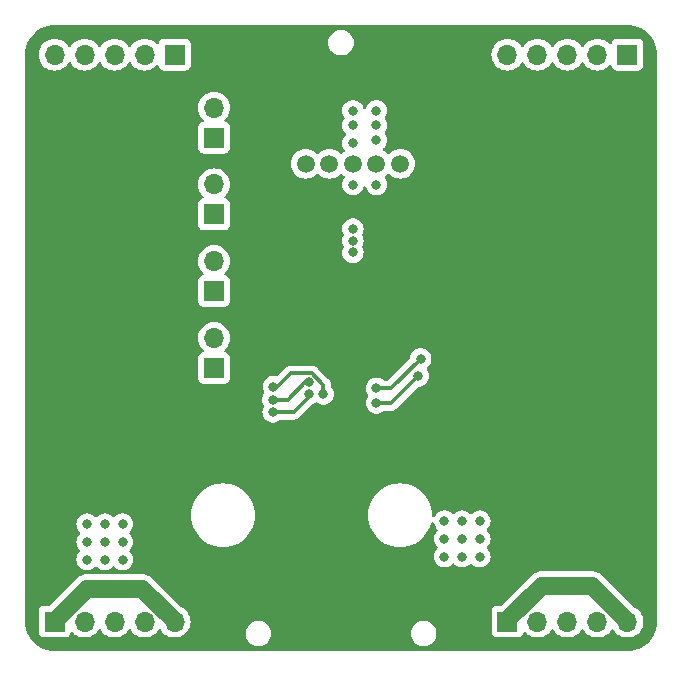
<source format=gbr>
%TF.GenerationSoftware,KiCad,Pcbnew,7.0.7-7.0.7~ubuntu22.04.1*%
%TF.CreationDate,2023-10-06T15:12:16+02:00*%
%TF.ProjectId,ShotClockDisplayPCB,53686f74-436c-46f6-936b-446973706c61,rev?*%
%TF.SameCoordinates,Original*%
%TF.FileFunction,Copper,L4,Bot*%
%TF.FilePolarity,Positive*%
%FSLAX46Y46*%
G04 Gerber Fmt 4.6, Leading zero omitted, Abs format (unit mm)*
G04 Created by KiCad (PCBNEW 7.0.7-7.0.7~ubuntu22.04.1) date 2023-10-06 15:12:16*
%MOMM*%
%LPD*%
G01*
G04 APERTURE LIST*
%TA.AperFunction,ComponentPad*%
%ADD10R,1.700000X1.700000*%
%TD*%
%TA.AperFunction,ComponentPad*%
%ADD11O,1.700000X1.700000*%
%TD*%
%TA.AperFunction,ComponentPad*%
%ADD12C,1.500000*%
%TD*%
%TA.AperFunction,ViaPad*%
%ADD13C,0.800000*%
%TD*%
%TA.AperFunction,Conductor*%
%ADD14C,0.300000*%
%TD*%
%TA.AperFunction,Conductor*%
%ADD15C,1.500000*%
%TD*%
G04 APERTURE END LIST*
D10*
%TO.P,J2,1,Pin_1*%
%TO.N,+3.3V*%
X41750000Y-41525000D03*
D11*
%TO.P,J2,2,Pin_2*%
%TO.N,/I2C PWM IO Expander/A1*%
X41750000Y-38985000D03*
%TD*%
D10*
%TO.P,J5,1,Pin_1*%
%TO.N,/Segment Display Connectors/5V_CONN1*%
X28250000Y-76000000D03*
D11*
%TO.P,J5,2,Pin_2*%
%TO.N,SEG1_E*%
X30790000Y-76000000D03*
%TO.P,J5,3,Pin_3*%
%TO.N,SEG1_D*%
X33330000Y-76000000D03*
%TO.P,J5,4,Pin_4*%
%TO.N,SEG1_C*%
X35870000Y-76000000D03*
%TO.P,J5,5,Pin_5*%
%TO.N,/Segment Display Connectors/5V_CONN1*%
X38410000Y-76000000D03*
%TD*%
D10*
%TO.P,J4,1,Pin_1*%
%TO.N,+3.3V*%
X41750000Y-54525000D03*
D11*
%TO.P,J4,2,Pin_2*%
%TO.N,/I2C PWM IO Expander/A3*%
X41750000Y-51985000D03*
%TD*%
D10*
%TO.P,J7,1,Pin_1*%
%TO.N,SEG1_B*%
X38410000Y-28000000D03*
D11*
%TO.P,J7,2,Pin_2*%
%TO.N,SEG1_A*%
X35870000Y-28000000D03*
%TO.P,J7,3,Pin_3*%
%TO.N,SEG1_DP*%
X33330000Y-28000000D03*
%TO.P,J7,4,Pin_4*%
%TO.N,SEG1_F*%
X30790000Y-28000000D03*
%TO.P,J7,5,Pin_5*%
%TO.N,SEG1_G*%
X28250000Y-28000000D03*
%TD*%
D12*
%TO.P,U1,1,1*%
%TO.N,/I2C PWM IO Expander/TLC59116_RESETn*%
X57500000Y-37250000D03*
%TO.P,U1,2,2*%
%TO.N,+3.3V*%
X55500000Y-37250000D03*
%TO.P,U1,3,3*%
%TO.N,+5V*%
X53500000Y-37250000D03*
%TO.P,U1,4,4*%
%TO.N,/I2C PWM IO Expander/I2C1_SCL*%
X51500000Y-37250000D03*
%TO.P,U1,5,5*%
%TO.N,/I2C PWM IO Expander/I2C1_SDA*%
X49500000Y-37250000D03*
%TO.P,U1,6,6*%
%TO.N,GND*%
X47500000Y-37250000D03*
%TD*%
D10*
%TO.P,J1,1,Pin_1*%
%TO.N,+3.3V*%
X41750000Y-35025000D03*
D11*
%TO.P,J1,2,Pin_2*%
%TO.N,/I2C PWM IO Expander/A0*%
X41750000Y-32485000D03*
%TD*%
D10*
%TO.P,J3,1,Pin_1*%
%TO.N,+3.3V*%
X41750000Y-48025000D03*
D11*
%TO.P,J3,2,Pin_2*%
%TO.N,/I2C PWM IO Expander/A2*%
X41750000Y-45485000D03*
%TD*%
D10*
%TO.P,J6,1,Pin_1*%
%TO.N,/Segment Display Connectors/5V_CONN2*%
X66590000Y-76000000D03*
D11*
%TO.P,J6,2,Pin_2*%
%TO.N,SEG2_E*%
X69130000Y-76000000D03*
%TO.P,J6,3,Pin_3*%
%TO.N,SEG2_D*%
X71670000Y-76000000D03*
%TO.P,J6,4,Pin_4*%
%TO.N,SEG2_C*%
X74210000Y-76000000D03*
%TO.P,J6,5,Pin_5*%
%TO.N,/Segment Display Connectors/5V_CONN2*%
X76750000Y-76000000D03*
%TD*%
D10*
%TO.P,J8,1,Pin_1*%
%TO.N,SEG2_B*%
X76750000Y-28000000D03*
D11*
%TO.P,J8,2,Pin_2*%
%TO.N,SEG2_A*%
X74210000Y-28000000D03*
%TO.P,J8,3,Pin_3*%
%TO.N,SEG2_DP*%
X71670000Y-28000000D03*
%TO.P,J8,4,Pin_4*%
%TO.N,SEG2_F*%
X69130000Y-28000000D03*
%TO.P,J8,5,Pin_5*%
%TO.N,SEG2_G*%
X66590000Y-28000000D03*
%TD*%
D13*
%TO.N,+5V*%
X62750000Y-67500000D03*
X34000000Y-69250000D03*
X64250000Y-69000000D03*
X34000000Y-70750000D03*
X61250000Y-67500000D03*
X34000000Y-67750000D03*
X31000000Y-69250000D03*
X53500000Y-32750000D03*
X32500000Y-67750000D03*
X61250000Y-70500000D03*
X64250000Y-70500000D03*
X62750000Y-69000000D03*
X64250000Y-67500000D03*
X32500000Y-70750000D03*
X53500000Y-34000000D03*
X31000000Y-67750000D03*
X61250000Y-69000000D03*
X53500000Y-39000000D03*
X31000000Y-70750000D03*
X53500000Y-35500000D03*
X62750000Y-70500000D03*
X32500000Y-69250000D03*
%TO.N,GND*%
X34250000Y-60000000D03*
X39250000Y-32250000D03*
X51250000Y-53250000D03*
X39250000Y-35000000D03*
X52750000Y-63750000D03*
X35750000Y-39000000D03*
X51250000Y-63750000D03*
X32000000Y-41500000D03*
X52500000Y-50750000D03*
X51250000Y-62250000D03*
X73250000Y-51500000D03*
X44250000Y-27750000D03*
X71750000Y-50000000D03*
X47500000Y-34000000D03*
X53750000Y-52000000D03*
X32750000Y-60000000D03*
X52750000Y-60750000D03*
X52500000Y-52000000D03*
X71750000Y-51500000D03*
X35750000Y-61500000D03*
X32750000Y-63000000D03*
X32000000Y-39000000D03*
X54250000Y-63750000D03*
X71750000Y-53000000D03*
X34250000Y-63000000D03*
X51250000Y-52000000D03*
X73250000Y-50000000D03*
X54250000Y-60750000D03*
X51250000Y-50750000D03*
X35750000Y-48000000D03*
X44250000Y-37250000D03*
X51250000Y-60750000D03*
X52500000Y-53250000D03*
X54250000Y-62250000D03*
X32000000Y-48000000D03*
X70250000Y-51500000D03*
X32000000Y-35000000D03*
X47500000Y-39000000D03*
X44250000Y-30750000D03*
X35750000Y-63000000D03*
X53750000Y-53250000D03*
X44250000Y-50250000D03*
X68250000Y-31500000D03*
X44250000Y-43750000D03*
X69250000Y-70500000D03*
X58750000Y-27500000D03*
X32000000Y-32250000D03*
X35750000Y-60000000D03*
X51000000Y-45000000D03*
X47500000Y-32500000D03*
X73250000Y-53000000D03*
X70250000Y-53000000D03*
X32000000Y-45500000D03*
X52750000Y-62250000D03*
X32750000Y-61500000D03*
X35750000Y-45500000D03*
X35750000Y-41500000D03*
X35750000Y-32250000D03*
X34250000Y-61500000D03*
X47500000Y-35500000D03*
X35750000Y-35000000D03*
X70250000Y-50000000D03*
X53750000Y-50750000D03*
X64250000Y-35250000D03*
X51000000Y-46000000D03*
X52000000Y-44000000D03*
X51000000Y-44000000D03*
%TO.N,+3.3V*%
X55500000Y-32750000D03*
X53500000Y-42750000D03*
X55500000Y-34000000D03*
X55500000Y-39000000D03*
X53500000Y-44750000D03*
X53500000Y-43750000D03*
X55500000Y-35250000D03*
%TO.N,SEG1_DP*%
X51000000Y-56750000D03*
X46772332Y-56107760D03*
%TO.N,SEG1_F*%
X46720023Y-57220023D03*
X49750000Y-55750000D03*
%TO.N,SEG1_G*%
X46750000Y-58250000D03*
X49750000Y-56750000D03*
%TO.N,SEG2_B*%
X59250000Y-53750000D03*
X55500000Y-56250000D03*
%TO.N,SEG2_A*%
X59041460Y-55208540D03*
X55500000Y-57500000D03*
%TD*%
D14*
%TO.N,SEG1_DP*%
X46948756Y-56284184D02*
X48232940Y-55000000D01*
X50060661Y-55000000D02*
X51000000Y-55939339D01*
X46772332Y-56107760D02*
X46948756Y-56284184D01*
X48232940Y-55000000D02*
X50060661Y-55000000D01*
X51000000Y-55939339D02*
X51000000Y-56750000D01*
%TO.N,SEG1_F*%
X49440046Y-55750000D02*
X49750000Y-55750000D01*
X46720023Y-57220023D02*
X47970023Y-57220023D01*
X47970023Y-57220023D02*
X49440046Y-55750000D01*
%TO.N,SEG1_G*%
X49750000Y-57000000D02*
X49750000Y-56750000D01*
X46750000Y-58250000D02*
X48500000Y-58250000D01*
X48500000Y-58250000D02*
X49750000Y-57000000D01*
%TO.N,SEG2_B*%
X59250000Y-53750000D02*
X59086490Y-53750000D01*
X55500000Y-56250000D02*
X56750000Y-56250000D01*
X56750000Y-56250000D02*
X59250000Y-53750000D01*
%TO.N,SEG2_A*%
X56750000Y-57500000D02*
X59041460Y-55208540D01*
X55500000Y-57500000D02*
X56750000Y-57500000D01*
D15*
%TO.N,/Segment Display Connectors/5V_CONN1*%
X30994415Y-73250000D02*
X28250000Y-75994415D01*
X28250000Y-75994415D02*
X28250000Y-76000000D01*
X38410000Y-75994415D02*
X35665585Y-73250000D01*
X35665585Y-73250000D02*
X30994415Y-73250000D01*
X38410000Y-76000000D02*
X38410000Y-75994415D01*
%TO.N,/Segment Display Connectors/5V_CONN2*%
X76750000Y-75994415D02*
X76750000Y-76000000D01*
X66590000Y-75910000D02*
X69500000Y-73000000D01*
X69500000Y-73000000D02*
X73755585Y-73000000D01*
X73755585Y-73000000D02*
X76750000Y-75994415D01*
X66590000Y-76000000D02*
X66590000Y-75910000D01*
%TD*%
%TA.AperFunction,Conductor*%
%TO.N,GND*%
G36*
X76751866Y-25500613D02*
G01*
X76831342Y-25505420D01*
X77047539Y-25518497D01*
X77054973Y-25519401D01*
X77344483Y-25572456D01*
X77351753Y-25574247D01*
X77632764Y-25661814D01*
X77639751Y-25664465D01*
X77793864Y-25733825D01*
X77908158Y-25785265D01*
X77914788Y-25788745D01*
X78166665Y-25941010D01*
X78172821Y-25945257D01*
X78404523Y-26126784D01*
X78410123Y-26131745D01*
X78618253Y-26339875D01*
X78623214Y-26345475D01*
X78804739Y-26577175D01*
X78808989Y-26583334D01*
X78961254Y-26835211D01*
X78964737Y-26841846D01*
X79085534Y-27110248D01*
X79088188Y-27117244D01*
X79091727Y-27128599D01*
X79175750Y-27398240D01*
X79177543Y-27405516D01*
X79230598Y-27695026D01*
X79231502Y-27702465D01*
X79249387Y-27998132D01*
X79249500Y-28001877D01*
X79249500Y-75998122D01*
X79249387Y-76001867D01*
X79231502Y-76297534D01*
X79230598Y-76304973D01*
X79177543Y-76594483D01*
X79175750Y-76601759D01*
X79149549Y-76685842D01*
X79091727Y-76871402D01*
X79088192Y-76882745D01*
X79085534Y-76889751D01*
X78964737Y-77158153D01*
X78961254Y-77164788D01*
X78808989Y-77416665D01*
X78804733Y-77422833D01*
X78623215Y-77654523D01*
X78618246Y-77660132D01*
X78410132Y-77868246D01*
X78404523Y-77873215D01*
X78172833Y-78054733D01*
X78166665Y-78058989D01*
X77914788Y-78211254D01*
X77908153Y-78214737D01*
X77639751Y-78335534D01*
X77632749Y-78338190D01*
X77539363Y-78367290D01*
X77351759Y-78425750D01*
X77344483Y-78427543D01*
X77054973Y-78480598D01*
X77047534Y-78481502D01*
X76751867Y-78499387D01*
X76748122Y-78499500D01*
X28251878Y-78499500D01*
X28248133Y-78499387D01*
X27952465Y-78481502D01*
X27945026Y-78480598D01*
X27655516Y-78427543D01*
X27648240Y-78425750D01*
X27554858Y-78396651D01*
X27367244Y-78338188D01*
X27360248Y-78335534D01*
X27091846Y-78214737D01*
X27085211Y-78211254D01*
X26833334Y-78058989D01*
X26827175Y-78054739D01*
X26595475Y-77873214D01*
X26589875Y-77868253D01*
X26381745Y-77660123D01*
X26376784Y-77654523D01*
X26309886Y-77569134D01*
X26195257Y-77422821D01*
X26191010Y-77416665D01*
X26038745Y-77164788D01*
X26035262Y-77158153D01*
X25918119Y-76897870D01*
X26899500Y-76897870D01*
X26899501Y-76897876D01*
X26905908Y-76957483D01*
X26956202Y-77092328D01*
X26956206Y-77092335D01*
X27042452Y-77207544D01*
X27042455Y-77207547D01*
X27157664Y-77293793D01*
X27157671Y-77293797D01*
X27292517Y-77344091D01*
X27292516Y-77344091D01*
X27299444Y-77344835D01*
X27352127Y-77350500D01*
X29147872Y-77350499D01*
X29207483Y-77344091D01*
X29342331Y-77293796D01*
X29457546Y-77207546D01*
X29543796Y-77092331D01*
X29592810Y-76960916D01*
X29634681Y-76904984D01*
X29700145Y-76880566D01*
X29768418Y-76895417D01*
X29796672Y-76916569D01*
X29918599Y-77038495D01*
X30015384Y-77106264D01*
X30112165Y-77174032D01*
X30112167Y-77174033D01*
X30112170Y-77174035D01*
X30326337Y-77273903D01*
X30554592Y-77335063D01*
X30731034Y-77350500D01*
X30789999Y-77355659D01*
X30790000Y-77355659D01*
X30790001Y-77355659D01*
X30848966Y-77350500D01*
X31025408Y-77335063D01*
X31253663Y-77273903D01*
X31467830Y-77174035D01*
X31661401Y-77038495D01*
X31828495Y-76871401D01*
X31958426Y-76685840D01*
X32013001Y-76642217D01*
X32082499Y-76635023D01*
X32144854Y-76666546D01*
X32161574Y-76685841D01*
X32291505Y-76871401D01*
X32458599Y-77038495D01*
X32555384Y-77106264D01*
X32652165Y-77174032D01*
X32652167Y-77174033D01*
X32652170Y-77174035D01*
X32866337Y-77273903D01*
X33094592Y-77335063D01*
X33271034Y-77350500D01*
X33329999Y-77355659D01*
X33330000Y-77355659D01*
X33330001Y-77355659D01*
X33388966Y-77350500D01*
X33565408Y-77335063D01*
X33793663Y-77273903D01*
X34007830Y-77174035D01*
X34201401Y-77038495D01*
X34368495Y-76871401D01*
X34498426Y-76685840D01*
X34553001Y-76642217D01*
X34622499Y-76635023D01*
X34684854Y-76666546D01*
X34701574Y-76685841D01*
X34831505Y-76871401D01*
X34998599Y-77038495D01*
X35095384Y-77106264D01*
X35192165Y-77174032D01*
X35192167Y-77174033D01*
X35192170Y-77174035D01*
X35406337Y-77273903D01*
X35634592Y-77335063D01*
X35811034Y-77350500D01*
X35869999Y-77355659D01*
X35870000Y-77355659D01*
X35870001Y-77355659D01*
X35928966Y-77350500D01*
X36105408Y-77335063D01*
X36333663Y-77273903D01*
X36547830Y-77174035D01*
X36741401Y-77038495D01*
X36908495Y-76871401D01*
X37038426Y-76685840D01*
X37093001Y-76642217D01*
X37162499Y-76635023D01*
X37224854Y-76666546D01*
X37241574Y-76685841D01*
X37371505Y-76871401D01*
X37538599Y-77038495D01*
X37635384Y-77106264D01*
X37732165Y-77174032D01*
X37732167Y-77174033D01*
X37732170Y-77174035D01*
X37946337Y-77273903D01*
X38174592Y-77335063D01*
X38351034Y-77350500D01*
X38409999Y-77355659D01*
X38410000Y-77355659D01*
X38410001Y-77355659D01*
X38468966Y-77350500D01*
X38645408Y-77335063D01*
X38873663Y-77273903D01*
X39087830Y-77174035D01*
X39281401Y-77038495D01*
X39319896Y-77000000D01*
X44418888Y-77000000D01*
X44437295Y-77198649D01*
X44437295Y-77198651D01*
X44437296Y-77198654D01*
X44480499Y-77350498D01*
X44491894Y-77390546D01*
X44580816Y-77569126D01*
X44580821Y-77569134D01*
X44647534Y-77657475D01*
X44701049Y-77728340D01*
X44848484Y-77862746D01*
X45018107Y-77967772D01*
X45204140Y-78039841D01*
X45400248Y-78076500D01*
X45400250Y-78076500D01*
X45599750Y-78076500D01*
X45599752Y-78076500D01*
X45795860Y-78039841D01*
X45981893Y-77967772D01*
X46151516Y-77862746D01*
X46298951Y-77728340D01*
X46419180Y-77569132D01*
X46508107Y-77390543D01*
X46562704Y-77198654D01*
X46581112Y-77000000D01*
X58418888Y-77000000D01*
X58437295Y-77198649D01*
X58437295Y-77198651D01*
X58437296Y-77198654D01*
X58480499Y-77350498D01*
X58491894Y-77390546D01*
X58580816Y-77569126D01*
X58580821Y-77569134D01*
X58647534Y-77657475D01*
X58701049Y-77728340D01*
X58848484Y-77862746D01*
X59018107Y-77967772D01*
X59204140Y-78039841D01*
X59400248Y-78076500D01*
X59400250Y-78076500D01*
X59599750Y-78076500D01*
X59599752Y-78076500D01*
X59795860Y-78039841D01*
X59981893Y-77967772D01*
X60151516Y-77862746D01*
X60298951Y-77728340D01*
X60419180Y-77569132D01*
X60508107Y-77390543D01*
X60562704Y-77198654D01*
X60581112Y-77000000D01*
X60571648Y-76897870D01*
X65239500Y-76897870D01*
X65239501Y-76897876D01*
X65245908Y-76957483D01*
X65296202Y-77092328D01*
X65296206Y-77092335D01*
X65382452Y-77207544D01*
X65382455Y-77207547D01*
X65497664Y-77293793D01*
X65497671Y-77293797D01*
X65632517Y-77344091D01*
X65632516Y-77344091D01*
X65639444Y-77344835D01*
X65692127Y-77350500D01*
X67487872Y-77350499D01*
X67547483Y-77344091D01*
X67682331Y-77293796D01*
X67797546Y-77207546D01*
X67883796Y-77092331D01*
X67932810Y-76960916D01*
X67974681Y-76904984D01*
X68040145Y-76880566D01*
X68108418Y-76895417D01*
X68136673Y-76916569D01*
X68258599Y-77038495D01*
X68355384Y-77106265D01*
X68452165Y-77174032D01*
X68452167Y-77174033D01*
X68452170Y-77174035D01*
X68666337Y-77273903D01*
X68894592Y-77335063D01*
X69071034Y-77350500D01*
X69129999Y-77355659D01*
X69130000Y-77355659D01*
X69130001Y-77355659D01*
X69188966Y-77350500D01*
X69365408Y-77335063D01*
X69593663Y-77273903D01*
X69807830Y-77174035D01*
X70001401Y-77038495D01*
X70168495Y-76871401D01*
X70298426Y-76685841D01*
X70353002Y-76642217D01*
X70422500Y-76635023D01*
X70484855Y-76666546D01*
X70501575Y-76685842D01*
X70631500Y-76871395D01*
X70631505Y-76871401D01*
X70798599Y-77038495D01*
X70895384Y-77106265D01*
X70992165Y-77174032D01*
X70992167Y-77174033D01*
X70992170Y-77174035D01*
X71206337Y-77273903D01*
X71434592Y-77335063D01*
X71611034Y-77350500D01*
X71669999Y-77355659D01*
X71670000Y-77355659D01*
X71670001Y-77355659D01*
X71728966Y-77350500D01*
X71905408Y-77335063D01*
X72133663Y-77273903D01*
X72347830Y-77174035D01*
X72541401Y-77038495D01*
X72708495Y-76871401D01*
X72838426Y-76685841D01*
X72893002Y-76642217D01*
X72962500Y-76635023D01*
X73024855Y-76666546D01*
X73041575Y-76685842D01*
X73171500Y-76871395D01*
X73171505Y-76871401D01*
X73338599Y-77038495D01*
X73435384Y-77106265D01*
X73532165Y-77174032D01*
X73532167Y-77174033D01*
X73532170Y-77174035D01*
X73746337Y-77273903D01*
X73974592Y-77335063D01*
X74151034Y-77350500D01*
X74209999Y-77355659D01*
X74210000Y-77355659D01*
X74210001Y-77355659D01*
X74268966Y-77350500D01*
X74445408Y-77335063D01*
X74673663Y-77273903D01*
X74887830Y-77174035D01*
X75081401Y-77038495D01*
X75248495Y-76871401D01*
X75378426Y-76685841D01*
X75433002Y-76642217D01*
X75502500Y-76635023D01*
X75564855Y-76666546D01*
X75581575Y-76685842D01*
X75711500Y-76871395D01*
X75711505Y-76871401D01*
X75878599Y-77038495D01*
X75975384Y-77106265D01*
X76072165Y-77174032D01*
X76072167Y-77174033D01*
X76072170Y-77174035D01*
X76286337Y-77273903D01*
X76514592Y-77335063D01*
X76691034Y-77350500D01*
X76749999Y-77355659D01*
X76750000Y-77355659D01*
X76750001Y-77355659D01*
X76808966Y-77350500D01*
X76985408Y-77335063D01*
X77213663Y-77273903D01*
X77427830Y-77174035D01*
X77621401Y-77038495D01*
X77788495Y-76871401D01*
X77924035Y-76677830D01*
X78023903Y-76463663D01*
X78085063Y-76235408D01*
X78105659Y-76000000D01*
X78085063Y-75764592D01*
X78023903Y-75536337D01*
X77924035Y-75322171D01*
X77918425Y-75314158D01*
X77788494Y-75128597D01*
X77621402Y-74961506D01*
X77621395Y-74961501D01*
X77427831Y-74825965D01*
X77427829Y-74825964D01*
X77301855Y-74767221D01*
X77266579Y-74742520D01*
X74691941Y-72167882D01*
X74687304Y-72162693D01*
X74663092Y-72132332D01*
X74611616Y-72087359D01*
X74608582Y-72084523D01*
X74600114Y-72076055D01*
X74598257Y-72074505D01*
X74567766Y-72049049D01*
X74493587Y-71984240D01*
X74493582Y-71984236D01*
X74493581Y-71984235D01*
X74489826Y-71981991D01*
X74473958Y-71970732D01*
X74470604Y-71967932D01*
X74470603Y-71967931D01*
X74470598Y-71967927D01*
X74403199Y-71929685D01*
X74384925Y-71919316D01*
X74300349Y-71868785D01*
X74300346Y-71868783D01*
X74296254Y-71867248D01*
X74278629Y-71859002D01*
X74274830Y-71856846D01*
X74181838Y-71824307D01*
X74089614Y-71789694D01*
X74089604Y-71789691D01*
X74085308Y-71788912D01*
X74066503Y-71783949D01*
X74062369Y-71782502D01*
X74062364Y-71782501D01*
X73965057Y-71767089D01*
X73868135Y-71749500D01*
X73868132Y-71749500D01*
X73863757Y-71749500D01*
X73844354Y-71747972D01*
X73840045Y-71747289D01*
X73741563Y-71749500D01*
X69573697Y-71749500D01*
X69566758Y-71749110D01*
X69539907Y-71746085D01*
X69528174Y-71744763D01*
X69528168Y-71744762D01*
X69482704Y-71747828D01*
X69459976Y-71749360D01*
X69455823Y-71749500D01*
X69443840Y-71749500D01*
X69401857Y-71753278D01*
X69303589Y-71759903D01*
X69299348Y-71760972D01*
X69280175Y-71764230D01*
X69275812Y-71764622D01*
X69275806Y-71764624D01*
X69180844Y-71790832D01*
X69085315Y-71814903D01*
X69085312Y-71814904D01*
X69081319Y-71816718D01*
X69063059Y-71823338D01*
X69058850Y-71824500D01*
X69058826Y-71824508D01*
X68970071Y-71867250D01*
X68880373Y-71907993D01*
X68880366Y-71907997D01*
X68876772Y-71910487D01*
X68859978Y-71920267D01*
X68856033Y-71922167D01*
X68856027Y-71922170D01*
X68776318Y-71980082D01*
X68695348Y-72036178D01*
X68695342Y-72036183D01*
X68692239Y-72039286D01*
X68677465Y-72051903D01*
X68673928Y-72054473D01*
X68673921Y-72054478D01*
X68605846Y-72125679D01*
X66118343Y-74613181D01*
X66057020Y-74646666D01*
X66030662Y-74649500D01*
X65692130Y-74649500D01*
X65692123Y-74649501D01*
X65632516Y-74655908D01*
X65497671Y-74706202D01*
X65497664Y-74706206D01*
X65382455Y-74792452D01*
X65382452Y-74792455D01*
X65296206Y-74907664D01*
X65296202Y-74907671D01*
X65245908Y-75042517D01*
X65239501Y-75102116D01*
X65239500Y-75102135D01*
X65239500Y-76897870D01*
X60571648Y-76897870D01*
X60562704Y-76801346D01*
X60508107Y-76609457D01*
X60500651Y-76594483D01*
X60419183Y-76430873D01*
X60419178Y-76430865D01*
X60298951Y-76271660D01*
X60189596Y-76171969D01*
X60151516Y-76137254D01*
X60151513Y-76137252D01*
X60151512Y-76137251D01*
X59981898Y-76032231D01*
X59981891Y-76032227D01*
X59888876Y-75996193D01*
X59795860Y-75960159D01*
X59599752Y-75923500D01*
X59400248Y-75923500D01*
X59204140Y-75960159D01*
X59204137Y-75960159D01*
X59204137Y-75960160D01*
X59018108Y-76032227D01*
X59018101Y-76032231D01*
X58848487Y-76137251D01*
X58701048Y-76271660D01*
X58580821Y-76430865D01*
X58580816Y-76430873D01*
X58491894Y-76609453D01*
X58437295Y-76801350D01*
X58418888Y-76999999D01*
X58418888Y-77000000D01*
X46581112Y-77000000D01*
X46562704Y-76801346D01*
X46508107Y-76609457D01*
X46500651Y-76594483D01*
X46419183Y-76430873D01*
X46419178Y-76430865D01*
X46298951Y-76271660D01*
X46189596Y-76171969D01*
X46151516Y-76137254D01*
X46151513Y-76137252D01*
X46151512Y-76137251D01*
X45981898Y-76032231D01*
X45981891Y-76032227D01*
X45888876Y-75996193D01*
X45795860Y-75960159D01*
X45599752Y-75923500D01*
X45400248Y-75923500D01*
X45204140Y-75960159D01*
X45204137Y-75960159D01*
X45204137Y-75960160D01*
X45018108Y-76032227D01*
X45018101Y-76032231D01*
X44848487Y-76137251D01*
X44701048Y-76271660D01*
X44580821Y-76430865D01*
X44580816Y-76430873D01*
X44491894Y-76609453D01*
X44437295Y-76801350D01*
X44418888Y-76999999D01*
X44418888Y-77000000D01*
X39319896Y-77000000D01*
X39448495Y-76871401D01*
X39584035Y-76677830D01*
X39683903Y-76463663D01*
X39745063Y-76235408D01*
X39765659Y-76000000D01*
X39745063Y-75764592D01*
X39683903Y-75536337D01*
X39584035Y-75322171D01*
X39578425Y-75314158D01*
X39448494Y-75128597D01*
X39281402Y-74961506D01*
X39281395Y-74961501D01*
X39087831Y-74825965D01*
X39087829Y-74825964D01*
X38961855Y-74767221D01*
X38926579Y-74742520D01*
X36601941Y-72417882D01*
X36597304Y-72412693D01*
X36573092Y-72382332D01*
X36521616Y-72337359D01*
X36518582Y-72334523D01*
X36510114Y-72326055D01*
X36477766Y-72299049D01*
X36403581Y-72234235D01*
X36399826Y-72231991D01*
X36383958Y-72220732D01*
X36380604Y-72217932D01*
X36380603Y-72217931D01*
X36380598Y-72217927D01*
X36313199Y-72179685D01*
X36294925Y-72169316D01*
X36210349Y-72118785D01*
X36210346Y-72118783D01*
X36206254Y-72117248D01*
X36188629Y-72109002D01*
X36184830Y-72106846D01*
X36091838Y-72074307D01*
X35999614Y-72039694D01*
X35999604Y-72039691D01*
X35995308Y-72038912D01*
X35976503Y-72033949D01*
X35972369Y-72032502D01*
X35972364Y-72032501D01*
X35875057Y-72017089D01*
X35778135Y-71999500D01*
X35778132Y-71999500D01*
X35773757Y-71999500D01*
X35754354Y-71997972D01*
X35750045Y-71997289D01*
X35651563Y-71999500D01*
X31068122Y-71999500D01*
X31061183Y-71999110D01*
X31037892Y-71996486D01*
X31022591Y-71994762D01*
X31022584Y-71994761D01*
X30975639Y-71997927D01*
X30954382Y-71999360D01*
X30950227Y-71999500D01*
X30938256Y-71999500D01*
X30896290Y-72003277D01*
X30798005Y-72009903D01*
X30793764Y-72010972D01*
X30774591Y-72014230D01*
X30770223Y-72014623D01*
X30675249Y-72040835D01*
X30579734Y-72064902D01*
X30575737Y-72066718D01*
X30557474Y-72073339D01*
X30553249Y-72074505D01*
X30464479Y-72117253D01*
X30374784Y-72157995D01*
X30371190Y-72160486D01*
X30354386Y-72170271D01*
X30350446Y-72172168D01*
X30350443Y-72172170D01*
X30270738Y-72230078D01*
X30189764Y-72286177D01*
X30189758Y-72286182D01*
X30186654Y-72289286D01*
X30171880Y-72301903D01*
X30168343Y-72304473D01*
X30168336Y-72304478D01*
X30100261Y-72375679D01*
X27862758Y-74613181D01*
X27801435Y-74646666D01*
X27775077Y-74649500D01*
X27352129Y-74649500D01*
X27352123Y-74649501D01*
X27292516Y-74655908D01*
X27157671Y-74706202D01*
X27157664Y-74706206D01*
X27042455Y-74792452D01*
X27042452Y-74792455D01*
X26956206Y-74907664D01*
X26956202Y-74907671D01*
X26905908Y-75042517D01*
X26899501Y-75102116D01*
X26899500Y-75102135D01*
X26899500Y-76897870D01*
X25918119Y-76897870D01*
X25914465Y-76889751D01*
X25911814Y-76882764D01*
X25824247Y-76601753D01*
X25822456Y-76594483D01*
X25769401Y-76304973D01*
X25768497Y-76297534D01*
X25750613Y-76001866D01*
X25750500Y-75998122D01*
X25750500Y-75934107D01*
X25750500Y-70750000D01*
X30094540Y-70750000D01*
X30114326Y-70938256D01*
X30114327Y-70938259D01*
X30172818Y-71118277D01*
X30172821Y-71118284D01*
X30267467Y-71282216D01*
X30373971Y-71400500D01*
X30394129Y-71422888D01*
X30547265Y-71534148D01*
X30547270Y-71534151D01*
X30720192Y-71611142D01*
X30720197Y-71611144D01*
X30905354Y-71650500D01*
X30905355Y-71650500D01*
X31094644Y-71650500D01*
X31094646Y-71650500D01*
X31279803Y-71611144D01*
X31452730Y-71534151D01*
X31605871Y-71422888D01*
X31657851Y-71365157D01*
X31717334Y-71328511D01*
X31787191Y-71329840D01*
X31842147Y-71365157D01*
X31894129Y-71422888D01*
X31894132Y-71422890D01*
X32047265Y-71534148D01*
X32047270Y-71534151D01*
X32220192Y-71611142D01*
X32220197Y-71611144D01*
X32405354Y-71650500D01*
X32405355Y-71650500D01*
X32594644Y-71650500D01*
X32594646Y-71650500D01*
X32779803Y-71611144D01*
X32952730Y-71534151D01*
X33105871Y-71422888D01*
X33157851Y-71365158D01*
X33217336Y-71328510D01*
X33287193Y-71329840D01*
X33342148Y-71365158D01*
X33373971Y-71400500D01*
X33394129Y-71422888D01*
X33547265Y-71534148D01*
X33547270Y-71534151D01*
X33720192Y-71611142D01*
X33720197Y-71611144D01*
X33905354Y-71650500D01*
X33905355Y-71650500D01*
X34094644Y-71650500D01*
X34094646Y-71650500D01*
X34279803Y-71611144D01*
X34452730Y-71534151D01*
X34605871Y-71422888D01*
X34732533Y-71282216D01*
X34827179Y-71118284D01*
X34885674Y-70938256D01*
X34905460Y-70750000D01*
X34885674Y-70561744D01*
X34827179Y-70381716D01*
X34732533Y-70217784D01*
X34611146Y-70082971D01*
X34580917Y-70019981D01*
X34589542Y-69950646D01*
X34611147Y-69917028D01*
X34732533Y-69782216D01*
X34827179Y-69618284D01*
X34885674Y-69438256D01*
X34905460Y-69250000D01*
X34885674Y-69061744D01*
X34827179Y-68881716D01*
X34732533Y-68717784D01*
X34655036Y-68631715D01*
X34611147Y-68582971D01*
X34580917Y-68519980D01*
X34589542Y-68450644D01*
X34611147Y-68417028D01*
X34732533Y-68282216D01*
X34827179Y-68118284D01*
X34885674Y-67938256D01*
X34905460Y-67750000D01*
X34885674Y-67561744D01*
X34827179Y-67381716D01*
X34732533Y-67217784D01*
X34605871Y-67077112D01*
X34605867Y-67077109D01*
X34499735Y-66999999D01*
X39794564Y-66999999D01*
X39814289Y-67326099D01*
X39873178Y-67647452D01*
X39970366Y-67959342D01*
X39970370Y-67959354D01*
X39970373Y-67959361D01*
X40104455Y-68257279D01*
X40263264Y-68519980D01*
X40273473Y-68536868D01*
X40474954Y-68794039D01*
X40705960Y-69025045D01*
X40963131Y-69226526D01*
X40963134Y-69226528D01*
X40963137Y-69226530D01*
X41242721Y-69395545D01*
X41540639Y-69529627D01*
X41540652Y-69529631D01*
X41540657Y-69529633D01*
X41825128Y-69618277D01*
X41852547Y-69626821D01*
X42173896Y-69685710D01*
X42500000Y-69705436D01*
X42826104Y-69685710D01*
X43147453Y-69626821D01*
X43459361Y-69529627D01*
X43757279Y-69395545D01*
X44036863Y-69226530D01*
X44294036Y-69025048D01*
X44525048Y-68794036D01*
X44726530Y-68536863D01*
X44895545Y-68257279D01*
X45029627Y-67959361D01*
X45126821Y-67647453D01*
X45185710Y-67326104D01*
X45205436Y-67000000D01*
X54794564Y-67000000D01*
X54814289Y-67326099D01*
X54873178Y-67647452D01*
X54970366Y-67959342D01*
X54970370Y-67959354D01*
X54970373Y-67959361D01*
X55104455Y-68257279D01*
X55263264Y-68519980D01*
X55273473Y-68536868D01*
X55474954Y-68794039D01*
X55705960Y-69025045D01*
X55963131Y-69226526D01*
X55963134Y-69226528D01*
X55963137Y-69226530D01*
X56242721Y-69395545D01*
X56540639Y-69529627D01*
X56540652Y-69529631D01*
X56540657Y-69529633D01*
X56825128Y-69618277D01*
X56852547Y-69626821D01*
X57173896Y-69685710D01*
X57500000Y-69705436D01*
X57826104Y-69685710D01*
X58147453Y-69626821D01*
X58459361Y-69529627D01*
X58757279Y-69395545D01*
X59036863Y-69226530D01*
X59294036Y-69025048D01*
X59525048Y-68794036D01*
X59726530Y-68536863D01*
X59895545Y-68257279D01*
X60029627Y-67959361D01*
X60098797Y-67737385D01*
X60122354Y-67661789D01*
X60161091Y-67603641D01*
X60225116Y-67575667D01*
X60294102Y-67586749D01*
X60346145Y-67633367D01*
X60362769Y-67681946D01*
X60362976Y-67681903D01*
X60363339Y-67683611D01*
X60364058Y-67685714D01*
X60364326Y-67688256D01*
X60364327Y-67688259D01*
X60422818Y-67868277D01*
X60422821Y-67868284D01*
X60517467Y-68032216D01*
X60581518Y-68103351D01*
X60638851Y-68167027D01*
X60669081Y-68230019D01*
X60660456Y-68299354D01*
X60638852Y-68332970D01*
X60517466Y-68467785D01*
X60422821Y-68631715D01*
X60422818Y-68631722D01*
X60364327Y-68811740D01*
X60364326Y-68811744D01*
X60344540Y-69000000D01*
X60364326Y-69188256D01*
X60364327Y-69188259D01*
X60422818Y-69368277D01*
X60422821Y-69368284D01*
X60517466Y-69532215D01*
X60638851Y-69667028D01*
X60669081Y-69730020D01*
X60660455Y-69799355D01*
X60638851Y-69832972D01*
X60517466Y-69967784D01*
X60422821Y-70131715D01*
X60422818Y-70131722D01*
X60364327Y-70311740D01*
X60364326Y-70311744D01*
X60344540Y-70500000D01*
X60364326Y-70688256D01*
X60364327Y-70688259D01*
X60422818Y-70868277D01*
X60422821Y-70868284D01*
X60517467Y-71032216D01*
X60644129Y-71172888D01*
X60797265Y-71284148D01*
X60797270Y-71284151D01*
X60970192Y-71361142D01*
X60970197Y-71361144D01*
X61155354Y-71400500D01*
X61155355Y-71400500D01*
X61344644Y-71400500D01*
X61344646Y-71400500D01*
X61529803Y-71361144D01*
X61702730Y-71284151D01*
X61855871Y-71172888D01*
X61907851Y-71115157D01*
X61967334Y-71078511D01*
X62037191Y-71079840D01*
X62092147Y-71115157D01*
X62144129Y-71172888D01*
X62144132Y-71172890D01*
X62297265Y-71284148D01*
X62297270Y-71284151D01*
X62470192Y-71361142D01*
X62470197Y-71361144D01*
X62655354Y-71400500D01*
X62655355Y-71400500D01*
X62844644Y-71400500D01*
X62844646Y-71400500D01*
X63029803Y-71361144D01*
X63202730Y-71284151D01*
X63355871Y-71172888D01*
X63407851Y-71115158D01*
X63467336Y-71078510D01*
X63537193Y-71079840D01*
X63592148Y-71115158D01*
X63644129Y-71172888D01*
X63797265Y-71284148D01*
X63797270Y-71284151D01*
X63970192Y-71361142D01*
X63970197Y-71361144D01*
X64155354Y-71400500D01*
X64155355Y-71400500D01*
X64344644Y-71400500D01*
X64344646Y-71400500D01*
X64529803Y-71361144D01*
X64702730Y-71284151D01*
X64855871Y-71172888D01*
X64982533Y-71032216D01*
X65077179Y-70868284D01*
X65135674Y-70688256D01*
X65155460Y-70500000D01*
X65135674Y-70311744D01*
X65077179Y-70131716D01*
X64982533Y-69967784D01*
X64905456Y-69882181D01*
X64861147Y-69832971D01*
X64830917Y-69769980D01*
X64839542Y-69700644D01*
X64861147Y-69667028D01*
X64982533Y-69532216D01*
X65077179Y-69368284D01*
X65135674Y-69188256D01*
X65155460Y-69000000D01*
X65135674Y-68811744D01*
X65077179Y-68631716D01*
X64982533Y-68467784D01*
X64861146Y-68332970D01*
X64830917Y-68269981D01*
X64839542Y-68200646D01*
X64861147Y-68167028D01*
X64871118Y-68155954D01*
X64982533Y-68032216D01*
X65077179Y-67868284D01*
X65135674Y-67688256D01*
X65155460Y-67500000D01*
X65135674Y-67311744D01*
X65077179Y-67131716D01*
X64982533Y-66967784D01*
X64855871Y-66827112D01*
X64855867Y-66827109D01*
X64702734Y-66715851D01*
X64702729Y-66715848D01*
X64529807Y-66638857D01*
X64529802Y-66638855D01*
X64384001Y-66607865D01*
X64344646Y-66599500D01*
X64155354Y-66599500D01*
X64122897Y-66606398D01*
X63970197Y-66638855D01*
X63970192Y-66638857D01*
X63797270Y-66715848D01*
X63797265Y-66715851D01*
X63644129Y-66827111D01*
X63644128Y-66827112D01*
X63592148Y-66884841D01*
X63532661Y-66921489D01*
X63462804Y-66920158D01*
X63407850Y-66884841D01*
X63355871Y-66827112D01*
X63355867Y-66827109D01*
X63202734Y-66715851D01*
X63202729Y-66715848D01*
X63029807Y-66638857D01*
X63029802Y-66638855D01*
X62884000Y-66607865D01*
X62844646Y-66599500D01*
X62655354Y-66599500D01*
X62622897Y-66606398D01*
X62470197Y-66638855D01*
X62470192Y-66638857D01*
X62297270Y-66715848D01*
X62297265Y-66715851D01*
X62144132Y-66827109D01*
X62144129Y-66827111D01*
X62144129Y-66827112D01*
X62092148Y-66884841D01*
X62032663Y-66921489D01*
X61962806Y-66920158D01*
X61907851Y-66884841D01*
X61855871Y-66827112D01*
X61855867Y-66827109D01*
X61702734Y-66715851D01*
X61702729Y-66715848D01*
X61529807Y-66638857D01*
X61529802Y-66638855D01*
X61384001Y-66607865D01*
X61344646Y-66599500D01*
X61155354Y-66599500D01*
X61122897Y-66606398D01*
X60970197Y-66638855D01*
X60970192Y-66638857D01*
X60797270Y-66715848D01*
X60797265Y-66715851D01*
X60644129Y-66827111D01*
X60517466Y-66967785D01*
X60434004Y-67112346D01*
X60383437Y-67160562D01*
X60314830Y-67173785D01*
X60249965Y-67147817D01*
X60209437Y-67090903D01*
X60202843Y-67042860D01*
X60205436Y-67000000D01*
X60185710Y-66673896D01*
X60126821Y-66352547D01*
X60029627Y-66040639D01*
X59895545Y-65742721D01*
X59726530Y-65463137D01*
X59726528Y-65463134D01*
X59726526Y-65463131D01*
X59525045Y-65205960D01*
X59294039Y-64974954D01*
X59036868Y-64773473D01*
X59029306Y-64768901D01*
X58757279Y-64604455D01*
X58459361Y-64470373D01*
X58459354Y-64470370D01*
X58459342Y-64470366D01*
X58147452Y-64373178D01*
X57826099Y-64314289D01*
X57500000Y-64294564D01*
X57173900Y-64314289D01*
X56852547Y-64373178D01*
X56540657Y-64470366D01*
X56540641Y-64470372D01*
X56540639Y-64470373D01*
X56350933Y-64555752D01*
X56242725Y-64604453D01*
X56242723Y-64604454D01*
X55963131Y-64773473D01*
X55705960Y-64974954D01*
X55474954Y-65205960D01*
X55273473Y-65463131D01*
X55104454Y-65742723D01*
X55104453Y-65742725D01*
X54970372Y-66040642D01*
X54970366Y-66040657D01*
X54873178Y-66352547D01*
X54814289Y-66673900D01*
X54794564Y-67000000D01*
X45205436Y-67000000D01*
X45185710Y-66673896D01*
X45126821Y-66352547D01*
X45029627Y-66040639D01*
X44895545Y-65742721D01*
X44726530Y-65463137D01*
X44726528Y-65463134D01*
X44726526Y-65463131D01*
X44525045Y-65205960D01*
X44294039Y-64974954D01*
X44036868Y-64773473D01*
X44029306Y-64768901D01*
X43757279Y-64604455D01*
X43459361Y-64470373D01*
X43459354Y-64470370D01*
X43459342Y-64470366D01*
X43147452Y-64373178D01*
X42826099Y-64314289D01*
X42500000Y-64294564D01*
X42173900Y-64314289D01*
X41852547Y-64373178D01*
X41540657Y-64470366D01*
X41540641Y-64470372D01*
X41540639Y-64470373D01*
X41350933Y-64555752D01*
X41242725Y-64604453D01*
X41242723Y-64604454D01*
X40963131Y-64773473D01*
X40705960Y-64974954D01*
X40474954Y-65205960D01*
X40273473Y-65463131D01*
X40104454Y-65742723D01*
X40104453Y-65742725D01*
X39970372Y-66040642D01*
X39970366Y-66040657D01*
X39873178Y-66352547D01*
X39814289Y-66673900D01*
X39794564Y-66999999D01*
X34499735Y-66999999D01*
X34452734Y-66965851D01*
X34452729Y-66965848D01*
X34279807Y-66888857D01*
X34279802Y-66888855D01*
X34134001Y-66857865D01*
X34094646Y-66849500D01*
X33905354Y-66849500D01*
X33872897Y-66856398D01*
X33720197Y-66888855D01*
X33720192Y-66888857D01*
X33547270Y-66965848D01*
X33547265Y-66965851D01*
X33394132Y-67077109D01*
X33394129Y-67077111D01*
X33394129Y-67077112D01*
X33342148Y-67134841D01*
X33282663Y-67171489D01*
X33212806Y-67170158D01*
X33157851Y-67134841D01*
X33105871Y-67077112D01*
X33105867Y-67077109D01*
X32952734Y-66965851D01*
X32952729Y-66965848D01*
X32779807Y-66888857D01*
X32779802Y-66888855D01*
X32634000Y-66857865D01*
X32594646Y-66849500D01*
X32405354Y-66849500D01*
X32372897Y-66856398D01*
X32220197Y-66888855D01*
X32220192Y-66888857D01*
X32047270Y-66965848D01*
X32047265Y-66965851D01*
X31894129Y-67077111D01*
X31894128Y-67077112D01*
X31842148Y-67134841D01*
X31782661Y-67171489D01*
X31712804Y-67170158D01*
X31657850Y-67134841D01*
X31605871Y-67077112D01*
X31605867Y-67077109D01*
X31452734Y-66965851D01*
X31452729Y-66965848D01*
X31279807Y-66888857D01*
X31279802Y-66888855D01*
X31134000Y-66857865D01*
X31094646Y-66849500D01*
X30905354Y-66849500D01*
X30872897Y-66856398D01*
X30720197Y-66888855D01*
X30720192Y-66888857D01*
X30547270Y-66965848D01*
X30547265Y-66965851D01*
X30394129Y-67077111D01*
X30267466Y-67217785D01*
X30172821Y-67381715D01*
X30172818Y-67381722D01*
X30114327Y-67561740D01*
X30114326Y-67561744D01*
X30094540Y-67750000D01*
X30114326Y-67938256D01*
X30114327Y-67938259D01*
X30172818Y-68118277D01*
X30172821Y-68118284D01*
X30267466Y-68282215D01*
X30388851Y-68417028D01*
X30419081Y-68480020D01*
X30410455Y-68549355D01*
X30388851Y-68582972D01*
X30267466Y-68717784D01*
X30172821Y-68881715D01*
X30172818Y-68881722D01*
X30126250Y-69025045D01*
X30114326Y-69061744D01*
X30094540Y-69250000D01*
X30114326Y-69438256D01*
X30114327Y-69438259D01*
X30172818Y-69618277D01*
X30172821Y-69618284D01*
X30267466Y-69782215D01*
X30388851Y-69917028D01*
X30419081Y-69980020D01*
X30410455Y-70049355D01*
X30388851Y-70082972D01*
X30267466Y-70217784D01*
X30172821Y-70381715D01*
X30172818Y-70381722D01*
X30114327Y-70561740D01*
X30114326Y-70561744D01*
X30094540Y-70750000D01*
X25750500Y-70750000D01*
X25750499Y-57220023D01*
X45814563Y-57220023D01*
X45834349Y-57408279D01*
X45834350Y-57408282D01*
X45892841Y-57588300D01*
X45892844Y-57588307D01*
X45950549Y-57688256D01*
X45956736Y-57698971D01*
X45973209Y-57766871D01*
X45956737Y-57822970D01*
X45922820Y-57881716D01*
X45869435Y-58046019D01*
X45864326Y-58061744D01*
X45844540Y-58250000D01*
X45864326Y-58438256D01*
X45864327Y-58438259D01*
X45922818Y-58618277D01*
X45922821Y-58618284D01*
X46017467Y-58782216D01*
X46121357Y-58897597D01*
X46144129Y-58922888D01*
X46297265Y-59034148D01*
X46297270Y-59034151D01*
X46470192Y-59111142D01*
X46470197Y-59111144D01*
X46655354Y-59150500D01*
X46655355Y-59150500D01*
X46844644Y-59150500D01*
X46844646Y-59150500D01*
X47029803Y-59111144D01*
X47202730Y-59034151D01*
X47354089Y-58924182D01*
X47419896Y-58900702D01*
X47426975Y-58900500D01*
X48414495Y-58900500D01*
X48430505Y-58902267D01*
X48430528Y-58902026D01*
X48438289Y-58902758D01*
X48438296Y-58902760D01*
X48510203Y-58900500D01*
X48540925Y-58900500D01*
X48548190Y-58899581D01*
X48554016Y-58899122D01*
X48602569Y-58897597D01*
X48622956Y-58891673D01*
X48641996Y-58887731D01*
X48663058Y-58885071D01*
X48708235Y-58867183D01*
X48713735Y-58865300D01*
X48760398Y-58851744D01*
X48778665Y-58840939D01*
X48796136Y-58832380D01*
X48815871Y-58824568D01*
X48855177Y-58796010D01*
X48860043Y-58792813D01*
X48901865Y-58768081D01*
X48916870Y-58753075D01*
X48931668Y-58740436D01*
X48948837Y-58727963D01*
X48979809Y-58690522D01*
X48983723Y-58686221D01*
X50065826Y-57604118D01*
X50103065Y-57578524D01*
X50202730Y-57534151D01*
X50302114Y-57461944D01*
X50367921Y-57438464D01*
X50435975Y-57454289D01*
X50447885Y-57461944D01*
X50547265Y-57534148D01*
X50547270Y-57534151D01*
X50720192Y-57611142D01*
X50720197Y-57611144D01*
X50905354Y-57650500D01*
X50905355Y-57650500D01*
X51094644Y-57650500D01*
X51094646Y-57650500D01*
X51279803Y-57611144D01*
X51452730Y-57534151D01*
X51499735Y-57500000D01*
X54594540Y-57500000D01*
X54614326Y-57688256D01*
X54614327Y-57688259D01*
X54672818Y-57868277D01*
X54672821Y-57868284D01*
X54767467Y-58032216D01*
X54871357Y-58147597D01*
X54894129Y-58172888D01*
X55047265Y-58284148D01*
X55047270Y-58284151D01*
X55220192Y-58361142D01*
X55220197Y-58361144D01*
X55405354Y-58400500D01*
X55405355Y-58400500D01*
X55594644Y-58400500D01*
X55594646Y-58400500D01*
X55779803Y-58361144D01*
X55952730Y-58284151D01*
X56104089Y-58174182D01*
X56169896Y-58150702D01*
X56176975Y-58150500D01*
X56664495Y-58150500D01*
X56680505Y-58152267D01*
X56680528Y-58152026D01*
X56688289Y-58152758D01*
X56688296Y-58152760D01*
X56760203Y-58150500D01*
X56790925Y-58150500D01*
X56798190Y-58149581D01*
X56804016Y-58149122D01*
X56852569Y-58147597D01*
X56872956Y-58141673D01*
X56891996Y-58137731D01*
X56913058Y-58135071D01*
X56958235Y-58117183D01*
X56963735Y-58115300D01*
X57010398Y-58101744D01*
X57028665Y-58090939D01*
X57046136Y-58082380D01*
X57065871Y-58074568D01*
X57105177Y-58046010D01*
X57110043Y-58042813D01*
X57151865Y-58018081D01*
X57166870Y-58003075D01*
X57181668Y-57990436D01*
X57198837Y-57977963D01*
X57229809Y-57940522D01*
X57233713Y-57936231D01*
X59024586Y-56145359D01*
X59085909Y-56111874D01*
X59112267Y-56109040D01*
X59136104Y-56109040D01*
X59136106Y-56109040D01*
X59321263Y-56069684D01*
X59494190Y-55992691D01*
X59647331Y-55881428D01*
X59773993Y-55740756D01*
X59868639Y-55576824D01*
X59927134Y-55396796D01*
X59946920Y-55208540D01*
X59927134Y-55020284D01*
X59868639Y-54840256D01*
X59773993Y-54676324D01*
X59760572Y-54661419D01*
X59730343Y-54598429D01*
X59738967Y-54529094D01*
X59779836Y-54478130D01*
X59855871Y-54422888D01*
X59982533Y-54282216D01*
X60077179Y-54118284D01*
X60135674Y-53938256D01*
X60155460Y-53750000D01*
X60135674Y-53561744D01*
X60077179Y-53381716D01*
X59982533Y-53217784D01*
X59855871Y-53077112D01*
X59852762Y-53074853D01*
X59702734Y-52965851D01*
X59702729Y-52965848D01*
X59529807Y-52888857D01*
X59529802Y-52888855D01*
X59384000Y-52857865D01*
X59344646Y-52849500D01*
X59155354Y-52849500D01*
X59122915Y-52856395D01*
X58970197Y-52888855D01*
X58970192Y-52888857D01*
X58797270Y-52965848D01*
X58797265Y-52965851D01*
X58644129Y-53077111D01*
X58517466Y-53217785D01*
X58422821Y-53381715D01*
X58422818Y-53381722D01*
X58364327Y-53561739D01*
X58364326Y-53561741D01*
X58350831Y-53690142D01*
X58324246Y-53754757D01*
X58315191Y-53764861D01*
X56516873Y-55563181D01*
X56455550Y-55596666D01*
X56429192Y-55599500D01*
X56176975Y-55599500D01*
X56109936Y-55579815D01*
X56104090Y-55575818D01*
X55952734Y-55465851D01*
X55952729Y-55465848D01*
X55779807Y-55388857D01*
X55779802Y-55388855D01*
X55634001Y-55357865D01*
X55594646Y-55349500D01*
X55405354Y-55349500D01*
X55372897Y-55356398D01*
X55220197Y-55388855D01*
X55220192Y-55388857D01*
X55047270Y-55465848D01*
X55047265Y-55465851D01*
X54894129Y-55577111D01*
X54767466Y-55717785D01*
X54672821Y-55881715D01*
X54672818Y-55881722D01*
X54614327Y-56061740D01*
X54614326Y-56061744D01*
X54594540Y-56250000D01*
X54614326Y-56438256D01*
X54614327Y-56438259D01*
X54672818Y-56618277D01*
X54672821Y-56618284D01*
X54767467Y-56782216D01*
X54773096Y-56788467D01*
X54776304Y-56792031D01*
X54806531Y-56855023D01*
X54797904Y-56924358D01*
X54776304Y-56957969D01*
X54767466Y-56967785D01*
X54672821Y-57131715D01*
X54672818Y-57131722D01*
X54623921Y-57282214D01*
X54614326Y-57311744D01*
X54594540Y-57500000D01*
X51499735Y-57500000D01*
X51605871Y-57422888D01*
X51732533Y-57282216D01*
X51827179Y-57118284D01*
X51885674Y-56938256D01*
X51905460Y-56750000D01*
X51885674Y-56561744D01*
X51827179Y-56381716D01*
X51732533Y-56217784D01*
X51682350Y-56162050D01*
X51652120Y-56099058D01*
X51650500Y-56079078D01*
X51650500Y-56024841D01*
X51652268Y-56008828D01*
X51652026Y-56008806D01*
X51652758Y-56001050D01*
X51652760Y-56001043D01*
X51650500Y-55929135D01*
X51650500Y-55898414D01*
X51649579Y-55891127D01*
X51649122Y-55885318D01*
X51649000Y-55881428D01*
X51647597Y-55836770D01*
X51641676Y-55816392D01*
X51637731Y-55797343D01*
X51635071Y-55776281D01*
X51617185Y-55731108D01*
X51615296Y-55725588D01*
X51601743Y-55678939D01*
X51590940Y-55660673D01*
X51582378Y-55643195D01*
X51574568Y-55623468D01*
X51574565Y-55623464D01*
X51570107Y-55617328D01*
X51546014Y-55584166D01*
X51542811Y-55579290D01*
X51541523Y-55577112D01*
X51518081Y-55537474D01*
X51518079Y-55537472D01*
X51518078Y-55537470D01*
X51503075Y-55522468D01*
X51490435Y-55507669D01*
X51477961Y-55490499D01*
X51440528Y-55459533D01*
X51436206Y-55455599D01*
X50581095Y-54600488D01*
X50571022Y-54587914D01*
X50570835Y-54588070D01*
X50565862Y-54582059D01*
X50513417Y-54532810D01*
X50491696Y-54511089D01*
X50485901Y-54506594D01*
X50481459Y-54502799D01*
X50446057Y-54469554D01*
X50446049Y-54469548D01*
X50427453Y-54459325D01*
X50411192Y-54448644D01*
X50394424Y-54435637D01*
X50364962Y-54422888D01*
X50349839Y-54416343D01*
X50344617Y-54413786D01*
X50302029Y-54390373D01*
X50302026Y-54390372D01*
X50281462Y-54385092D01*
X50263057Y-54378790D01*
X50243588Y-54370365D01*
X50243582Y-54370363D01*
X50195612Y-54362766D01*
X50189897Y-54361582D01*
X50173433Y-54357355D01*
X50142841Y-54349500D01*
X50142838Y-54349500D01*
X50121616Y-54349500D01*
X50102216Y-54347973D01*
X50081257Y-54344653D01*
X50081256Y-54344653D01*
X50057447Y-54346903D01*
X50032891Y-54349225D01*
X50027053Y-54349500D01*
X48318444Y-54349500D01*
X48302433Y-54347732D01*
X48302411Y-54347974D01*
X48294644Y-54347240D01*
X48294643Y-54347240D01*
X48222736Y-54349500D01*
X48192015Y-54349500D01*
X48192011Y-54349500D01*
X48192001Y-54349501D01*
X48184733Y-54350419D01*
X48178916Y-54350876D01*
X48130375Y-54352402D01*
X48130364Y-54352404D01*
X48109988Y-54358323D01*
X48090948Y-54362266D01*
X48069887Y-54364927D01*
X48069879Y-54364929D01*
X48024715Y-54382811D01*
X48019187Y-54384703D01*
X47972542Y-54398255D01*
X47954272Y-54409060D01*
X47936803Y-54417618D01*
X47917068Y-54425432D01*
X47917066Y-54425433D01*
X47877779Y-54453977D01*
X47872896Y-54457184D01*
X47831072Y-54481919D01*
X47816066Y-54496926D01*
X47801276Y-54509558D01*
X47784107Y-54522032D01*
X47784105Y-54522034D01*
X47753134Y-54559470D01*
X47749202Y-54563791D01*
X47111487Y-55201505D01*
X47050164Y-55234990D01*
X46998026Y-55235114D01*
X46866978Y-55207260D01*
X46677686Y-55207260D01*
X46645229Y-55214158D01*
X46492529Y-55246615D01*
X46492524Y-55246617D01*
X46319602Y-55323608D01*
X46319597Y-55323611D01*
X46166461Y-55434871D01*
X46039798Y-55575545D01*
X45945153Y-55739475D01*
X45945150Y-55739482D01*
X45893510Y-55898416D01*
X45886658Y-55919504D01*
X45866872Y-56107760D01*
X45886658Y-56296016D01*
X45886659Y-56296019D01*
X45945150Y-56476037D01*
X45945153Y-56476044D01*
X45991761Y-56556771D01*
X46008234Y-56624671D01*
X45988730Y-56681019D01*
X45990739Y-56682179D01*
X45892844Y-56851738D01*
X45892841Y-56851745D01*
X45855138Y-56967784D01*
X45834349Y-57031767D01*
X45814563Y-57220023D01*
X25750499Y-57220023D01*
X25750499Y-51985000D01*
X40394341Y-51985000D01*
X40414936Y-52220403D01*
X40414938Y-52220413D01*
X40476094Y-52448655D01*
X40476096Y-52448659D01*
X40476097Y-52448663D01*
X40575965Y-52662829D01*
X40575965Y-52662830D01*
X40575967Y-52662834D01*
X40684281Y-52817521D01*
X40711501Y-52856396D01*
X40711506Y-52856402D01*
X40833430Y-52978326D01*
X40866915Y-53039649D01*
X40861931Y-53109341D01*
X40820059Y-53165274D01*
X40789083Y-53182189D01*
X40657669Y-53231203D01*
X40657664Y-53231206D01*
X40542455Y-53317452D01*
X40542452Y-53317455D01*
X40456206Y-53432664D01*
X40456202Y-53432671D01*
X40405908Y-53567517D01*
X40399501Y-53627116D01*
X40399501Y-53627123D01*
X40399500Y-53627135D01*
X40399500Y-55422870D01*
X40399501Y-55422876D01*
X40405908Y-55482483D01*
X40456202Y-55617328D01*
X40456206Y-55617335D01*
X40542452Y-55732544D01*
X40542455Y-55732547D01*
X40657664Y-55818793D01*
X40657671Y-55818797D01*
X40792517Y-55869091D01*
X40792516Y-55869091D01*
X40799444Y-55869835D01*
X40852127Y-55875500D01*
X42647872Y-55875499D01*
X42707483Y-55869091D01*
X42842331Y-55818796D01*
X42957546Y-55732546D01*
X43043796Y-55617331D01*
X43094091Y-55482483D01*
X43100500Y-55422873D01*
X43100499Y-53627128D01*
X43094091Y-53567517D01*
X43091936Y-53561740D01*
X43043797Y-53432671D01*
X43043793Y-53432664D01*
X42957547Y-53317455D01*
X42957544Y-53317452D01*
X42842335Y-53231206D01*
X42842328Y-53231202D01*
X42710917Y-53182189D01*
X42654983Y-53140318D01*
X42630566Y-53074853D01*
X42645418Y-53006580D01*
X42666563Y-52978332D01*
X42788495Y-52856401D01*
X42924035Y-52662830D01*
X43023903Y-52448663D01*
X43085063Y-52220408D01*
X43105659Y-51985000D01*
X43085063Y-51749592D01*
X43023903Y-51521337D01*
X42924035Y-51307171D01*
X42788495Y-51113599D01*
X42788494Y-51113597D01*
X42621402Y-50946506D01*
X42621395Y-50946501D01*
X42427834Y-50810967D01*
X42427830Y-50810965D01*
X42427828Y-50810964D01*
X42213663Y-50711097D01*
X42213659Y-50711096D01*
X42213655Y-50711094D01*
X41985413Y-50649938D01*
X41985403Y-50649936D01*
X41750001Y-50629341D01*
X41749999Y-50629341D01*
X41514596Y-50649936D01*
X41514586Y-50649938D01*
X41286344Y-50711094D01*
X41286335Y-50711098D01*
X41072171Y-50810964D01*
X41072169Y-50810965D01*
X40878597Y-50946505D01*
X40711505Y-51113597D01*
X40575965Y-51307169D01*
X40575964Y-51307171D01*
X40476098Y-51521335D01*
X40476094Y-51521344D01*
X40414938Y-51749586D01*
X40414936Y-51749596D01*
X40394341Y-51984999D01*
X40394341Y-51985000D01*
X25750499Y-51985000D01*
X25750499Y-45485000D01*
X40394341Y-45485000D01*
X40414936Y-45720403D01*
X40414938Y-45720413D01*
X40476094Y-45948655D01*
X40476096Y-45948659D01*
X40476097Y-45948663D01*
X40575965Y-46162830D01*
X40575967Y-46162834D01*
X40684281Y-46317521D01*
X40711501Y-46356396D01*
X40711506Y-46356402D01*
X40833430Y-46478326D01*
X40866915Y-46539649D01*
X40861931Y-46609341D01*
X40820059Y-46665274D01*
X40789083Y-46682189D01*
X40657669Y-46731203D01*
X40657664Y-46731206D01*
X40542455Y-46817452D01*
X40542452Y-46817455D01*
X40456206Y-46932664D01*
X40456202Y-46932671D01*
X40405908Y-47067517D01*
X40399501Y-47127116D01*
X40399501Y-47127123D01*
X40399500Y-47127135D01*
X40399500Y-48922870D01*
X40399501Y-48922876D01*
X40405908Y-48982483D01*
X40456202Y-49117328D01*
X40456206Y-49117335D01*
X40542452Y-49232544D01*
X40542455Y-49232547D01*
X40657664Y-49318793D01*
X40657671Y-49318797D01*
X40792517Y-49369091D01*
X40792516Y-49369091D01*
X40799444Y-49369835D01*
X40852127Y-49375500D01*
X42647872Y-49375499D01*
X42707483Y-49369091D01*
X42842331Y-49318796D01*
X42957546Y-49232546D01*
X43043796Y-49117331D01*
X43094091Y-48982483D01*
X43100500Y-48922873D01*
X43100499Y-47127128D01*
X43094091Y-47067517D01*
X43043796Y-46932669D01*
X43043795Y-46932668D01*
X43043793Y-46932664D01*
X42957547Y-46817455D01*
X42957544Y-46817452D01*
X42842335Y-46731206D01*
X42842328Y-46731202D01*
X42710917Y-46682189D01*
X42654983Y-46640318D01*
X42630566Y-46574853D01*
X42645418Y-46506580D01*
X42666563Y-46478332D01*
X42788495Y-46356401D01*
X42924035Y-46162830D01*
X43023903Y-45948663D01*
X43085063Y-45720408D01*
X43105659Y-45485000D01*
X43085063Y-45249592D01*
X43023903Y-45021337D01*
X42924035Y-44807171D01*
X42884004Y-44750000D01*
X52594540Y-44750000D01*
X52614326Y-44938256D01*
X52614327Y-44938259D01*
X52672818Y-45118277D01*
X52672821Y-45118284D01*
X52767467Y-45282216D01*
X52894128Y-45422888D01*
X52894129Y-45422888D01*
X53047265Y-45534148D01*
X53047270Y-45534151D01*
X53220192Y-45611142D01*
X53220197Y-45611144D01*
X53405354Y-45650500D01*
X53405355Y-45650500D01*
X53594644Y-45650500D01*
X53594646Y-45650500D01*
X53779803Y-45611144D01*
X53952730Y-45534151D01*
X54105871Y-45422888D01*
X54232533Y-45282216D01*
X54327179Y-45118284D01*
X54385674Y-44938256D01*
X54405460Y-44750000D01*
X54385674Y-44561744D01*
X54327179Y-44381716D01*
X54286927Y-44311999D01*
X54270454Y-44244101D01*
X54286927Y-44188001D01*
X54327179Y-44118284D01*
X54385674Y-43938256D01*
X54405460Y-43750000D01*
X54385674Y-43561744D01*
X54327179Y-43381716D01*
X54286927Y-43311999D01*
X54270454Y-43244101D01*
X54286927Y-43188001D01*
X54327179Y-43118284D01*
X54385674Y-42938256D01*
X54405460Y-42750000D01*
X54385674Y-42561744D01*
X54327179Y-42381716D01*
X54232533Y-42217784D01*
X54105871Y-42077112D01*
X54105870Y-42077111D01*
X53952734Y-41965851D01*
X53952729Y-41965848D01*
X53779807Y-41888857D01*
X53779802Y-41888855D01*
X53634001Y-41857865D01*
X53594646Y-41849500D01*
X53405354Y-41849500D01*
X53372897Y-41856398D01*
X53220197Y-41888855D01*
X53220192Y-41888857D01*
X53047270Y-41965848D01*
X53047265Y-41965851D01*
X52894129Y-42077111D01*
X52767466Y-42217785D01*
X52672821Y-42381715D01*
X52672818Y-42381722D01*
X52614327Y-42561740D01*
X52614326Y-42561744D01*
X52594540Y-42750000D01*
X52614326Y-42938256D01*
X52614327Y-42938259D01*
X52672818Y-43118277D01*
X52672821Y-43118284D01*
X52713071Y-43187999D01*
X52729544Y-43255900D01*
X52713071Y-43311999D01*
X52672821Y-43381714D01*
X52614327Y-43561740D01*
X52614326Y-43561744D01*
X52594540Y-43750000D01*
X52614326Y-43938256D01*
X52614327Y-43938259D01*
X52672818Y-44118277D01*
X52672821Y-44118284D01*
X52713071Y-44187999D01*
X52729544Y-44255900D01*
X52713071Y-44311999D01*
X52672821Y-44381714D01*
X52651769Y-44446506D01*
X52614326Y-44561744D01*
X52594540Y-44750000D01*
X42884004Y-44750000D01*
X42788495Y-44613599D01*
X42788494Y-44613597D01*
X42621402Y-44446506D01*
X42621395Y-44446501D01*
X42427834Y-44310967D01*
X42427830Y-44310965D01*
X42427828Y-44310964D01*
X42213663Y-44211097D01*
X42213659Y-44211096D01*
X42213655Y-44211094D01*
X41985413Y-44149938D01*
X41985403Y-44149936D01*
X41750001Y-44129341D01*
X41749999Y-44129341D01*
X41514596Y-44149936D01*
X41514586Y-44149938D01*
X41286344Y-44211094D01*
X41286335Y-44211098D01*
X41072171Y-44310964D01*
X41072169Y-44310965D01*
X40878597Y-44446505D01*
X40711505Y-44613597D01*
X40575965Y-44807169D01*
X40575964Y-44807171D01*
X40476098Y-45021335D01*
X40476094Y-45021344D01*
X40414938Y-45249586D01*
X40414936Y-45249596D01*
X40394341Y-45484999D01*
X40394341Y-45485000D01*
X25750499Y-45485000D01*
X25750499Y-38985000D01*
X40394341Y-38985000D01*
X40414936Y-39220403D01*
X40414938Y-39220413D01*
X40476094Y-39448655D01*
X40476096Y-39448659D01*
X40476097Y-39448663D01*
X40515058Y-39532214D01*
X40575965Y-39662830D01*
X40575967Y-39662834D01*
X40660913Y-39784148D01*
X40711501Y-39856396D01*
X40711506Y-39856402D01*
X40833430Y-39978326D01*
X40866915Y-40039649D01*
X40861931Y-40109341D01*
X40820059Y-40165274D01*
X40789083Y-40182189D01*
X40657669Y-40231203D01*
X40657664Y-40231206D01*
X40542455Y-40317452D01*
X40542452Y-40317455D01*
X40456206Y-40432664D01*
X40456202Y-40432671D01*
X40405908Y-40567517D01*
X40399501Y-40627116D01*
X40399501Y-40627123D01*
X40399500Y-40627135D01*
X40399500Y-42422870D01*
X40399501Y-42422876D01*
X40405908Y-42482483D01*
X40456202Y-42617328D01*
X40456206Y-42617335D01*
X40542452Y-42732544D01*
X40542455Y-42732547D01*
X40657664Y-42818793D01*
X40657671Y-42818797D01*
X40792517Y-42869091D01*
X40792516Y-42869091D01*
X40799444Y-42869835D01*
X40852127Y-42875500D01*
X42647872Y-42875499D01*
X42707483Y-42869091D01*
X42842331Y-42818796D01*
X42957546Y-42732546D01*
X43043796Y-42617331D01*
X43094091Y-42482483D01*
X43100500Y-42422873D01*
X43100499Y-40627128D01*
X43094091Y-40567517D01*
X43043796Y-40432669D01*
X43043795Y-40432668D01*
X43043793Y-40432664D01*
X42957547Y-40317455D01*
X42957544Y-40317452D01*
X42842335Y-40231206D01*
X42842328Y-40231202D01*
X42710917Y-40182189D01*
X42654983Y-40140318D01*
X42630566Y-40074853D01*
X42645418Y-40006580D01*
X42666563Y-39978332D01*
X42788495Y-39856401D01*
X42924035Y-39662830D01*
X43023903Y-39448663D01*
X43085063Y-39220408D01*
X43105659Y-38985000D01*
X43085063Y-38749592D01*
X43023903Y-38521337D01*
X42924035Y-38307171D01*
X42892544Y-38262196D01*
X42788494Y-38113597D01*
X42621402Y-37946506D01*
X42621395Y-37946501D01*
X42427834Y-37810967D01*
X42427830Y-37810965D01*
X42427830Y-37810964D01*
X42213663Y-37711097D01*
X42213659Y-37711096D01*
X42213655Y-37711094D01*
X41985413Y-37649938D01*
X41985403Y-37649936D01*
X41750001Y-37629341D01*
X41749999Y-37629341D01*
X41514596Y-37649936D01*
X41514586Y-37649938D01*
X41286344Y-37711094D01*
X41286335Y-37711098D01*
X41072171Y-37810964D01*
X41072169Y-37810965D01*
X40878597Y-37946505D01*
X40711505Y-38113597D01*
X40575965Y-38307169D01*
X40575964Y-38307171D01*
X40476098Y-38521335D01*
X40476094Y-38521344D01*
X40414938Y-38749586D01*
X40414936Y-38749596D01*
X40394341Y-38984999D01*
X40394341Y-38985000D01*
X25750499Y-38985000D01*
X25750499Y-37250002D01*
X48244723Y-37250002D01*
X48263793Y-37467975D01*
X48263793Y-37467979D01*
X48320422Y-37679322D01*
X48320424Y-37679326D01*
X48320425Y-37679330D01*
X48335239Y-37711098D01*
X48412897Y-37877638D01*
X48412898Y-37877639D01*
X48538402Y-38056877D01*
X48693123Y-38211598D01*
X48872361Y-38337102D01*
X49070670Y-38429575D01*
X49282023Y-38486207D01*
X49464926Y-38502208D01*
X49499998Y-38505277D01*
X49500000Y-38505277D01*
X49500002Y-38505277D01*
X49528254Y-38502805D01*
X49717977Y-38486207D01*
X49929330Y-38429575D01*
X50127639Y-38337102D01*
X50306877Y-38211598D01*
X50412318Y-38106156D01*
X50473642Y-38072671D01*
X50543334Y-38077655D01*
X50587681Y-38106156D01*
X50693123Y-38211598D01*
X50872361Y-38337102D01*
X51070670Y-38429575D01*
X51282023Y-38486207D01*
X51464926Y-38502208D01*
X51499998Y-38505277D01*
X51500000Y-38505277D01*
X51500002Y-38505277D01*
X51528254Y-38502805D01*
X51717977Y-38486207D01*
X51929330Y-38429575D01*
X52127639Y-38337102D01*
X52306877Y-38211598D01*
X52412318Y-38106156D01*
X52473642Y-38072671D01*
X52543334Y-38077655D01*
X52587681Y-38106156D01*
X52693122Y-38211597D01*
X52765385Y-38262197D01*
X52809010Y-38316774D01*
X52816202Y-38386272D01*
X52786413Y-38446741D01*
X52767468Y-38467782D01*
X52767464Y-38467787D01*
X52672821Y-38631715D01*
X52672818Y-38631722D01*
X52634519Y-38749596D01*
X52614326Y-38811744D01*
X52594540Y-39000000D01*
X52614326Y-39188256D01*
X52614327Y-39188259D01*
X52672818Y-39368277D01*
X52672821Y-39368284D01*
X52767467Y-39532216D01*
X52885073Y-39662830D01*
X52894129Y-39672888D01*
X53047265Y-39784148D01*
X53047270Y-39784151D01*
X53220192Y-39861142D01*
X53220197Y-39861144D01*
X53405354Y-39900500D01*
X53405355Y-39900500D01*
X53594644Y-39900500D01*
X53594646Y-39900500D01*
X53779803Y-39861144D01*
X53952730Y-39784151D01*
X54105871Y-39672888D01*
X54232533Y-39532216D01*
X54327179Y-39368284D01*
X54382068Y-39199351D01*
X54421506Y-39141675D01*
X54485865Y-39114477D01*
X54554711Y-39126392D01*
X54606187Y-39173636D01*
X54617931Y-39199351D01*
X54672818Y-39368277D01*
X54672821Y-39368284D01*
X54767467Y-39532216D01*
X54885073Y-39662830D01*
X54894129Y-39672888D01*
X55047265Y-39784148D01*
X55047270Y-39784151D01*
X55220192Y-39861142D01*
X55220197Y-39861144D01*
X55405354Y-39900500D01*
X55405355Y-39900500D01*
X55594644Y-39900500D01*
X55594646Y-39900500D01*
X55779803Y-39861144D01*
X55952730Y-39784151D01*
X56105871Y-39672888D01*
X56232533Y-39532216D01*
X56327179Y-39368284D01*
X56385674Y-39188256D01*
X56405460Y-39000000D01*
X56385674Y-38811744D01*
X56327179Y-38631716D01*
X56232533Y-38467784D01*
X56213587Y-38446742D01*
X56183358Y-38383750D01*
X56191984Y-38314415D01*
X56234611Y-38262198D01*
X56306877Y-38211598D01*
X56412318Y-38106156D01*
X56473642Y-38072671D01*
X56543334Y-38077655D01*
X56587681Y-38106156D01*
X56693123Y-38211598D01*
X56872361Y-38337102D01*
X57070670Y-38429575D01*
X57282023Y-38486207D01*
X57464926Y-38502208D01*
X57499998Y-38505277D01*
X57500000Y-38505277D01*
X57500002Y-38505277D01*
X57528254Y-38502805D01*
X57717977Y-38486207D01*
X57929330Y-38429575D01*
X58127639Y-38337102D01*
X58306877Y-38211598D01*
X58461598Y-38056877D01*
X58587102Y-37877639D01*
X58679575Y-37679330D01*
X58736207Y-37467977D01*
X58755277Y-37250000D01*
X58736207Y-37032023D01*
X58679575Y-36820670D01*
X58587102Y-36622362D01*
X58587100Y-36622359D01*
X58587099Y-36622357D01*
X58461599Y-36443124D01*
X58387566Y-36369091D01*
X58306877Y-36288402D01*
X58127642Y-36162900D01*
X58127638Y-36162897D01*
X58004941Y-36105683D01*
X57929330Y-36070425D01*
X57929326Y-36070424D01*
X57929322Y-36070422D01*
X57717977Y-36013793D01*
X57500002Y-35994723D01*
X57499998Y-35994723D01*
X57354682Y-36007436D01*
X57282023Y-36013793D01*
X57282020Y-36013793D01*
X57070677Y-36070422D01*
X57070668Y-36070426D01*
X56872361Y-36162898D01*
X56872357Y-36162900D01*
X56693124Y-36288400D01*
X56587680Y-36393844D01*
X56526357Y-36427328D01*
X56456665Y-36422344D01*
X56412318Y-36393843D01*
X56306881Y-36288406D01*
X56306880Y-36288406D01*
X56306877Y-36288402D01*
X56127642Y-36162900D01*
X56127638Y-36162897D01*
X56103959Y-36151856D01*
X56051520Y-36105683D01*
X56032368Y-36038490D01*
X56052584Y-35971609D01*
X56083477Y-35939157D01*
X56105871Y-35922888D01*
X56232533Y-35782216D01*
X56327179Y-35618284D01*
X56385674Y-35438256D01*
X56405460Y-35250000D01*
X56385674Y-35061744D01*
X56327179Y-34881716D01*
X56232533Y-34717784D01*
X56223698Y-34707972D01*
X56193469Y-34644981D01*
X56202093Y-34575646D01*
X56223699Y-34542027D01*
X56232533Y-34532216D01*
X56327179Y-34368284D01*
X56385674Y-34188256D01*
X56405460Y-34000000D01*
X56385674Y-33811744D01*
X56327179Y-33631716D01*
X56232533Y-33467784D01*
X56223698Y-33457972D01*
X56193469Y-33394981D01*
X56202093Y-33325646D01*
X56223699Y-33292027D01*
X56232533Y-33282216D01*
X56327179Y-33118284D01*
X56385674Y-32938256D01*
X56405460Y-32750000D01*
X56385674Y-32561744D01*
X56327179Y-32381716D01*
X56232533Y-32217784D01*
X56105871Y-32077112D01*
X56029113Y-32021344D01*
X55952734Y-31965851D01*
X55952729Y-31965848D01*
X55779807Y-31888857D01*
X55779802Y-31888855D01*
X55634001Y-31857865D01*
X55594646Y-31849500D01*
X55405354Y-31849500D01*
X55372897Y-31856398D01*
X55220197Y-31888855D01*
X55220192Y-31888857D01*
X55047270Y-31965848D01*
X55047265Y-31965851D01*
X54894129Y-32077111D01*
X54767466Y-32217785D01*
X54672821Y-32381715D01*
X54672818Y-32381722D01*
X54617931Y-32550648D01*
X54578493Y-32608324D01*
X54514135Y-32635522D01*
X54445288Y-32623607D01*
X54393813Y-32576363D01*
X54382069Y-32550648D01*
X54327181Y-32381722D01*
X54327180Y-32381721D01*
X54327179Y-32381716D01*
X54232533Y-32217784D01*
X54105871Y-32077112D01*
X54029113Y-32021344D01*
X53952734Y-31965851D01*
X53952729Y-31965848D01*
X53779807Y-31888857D01*
X53779802Y-31888855D01*
X53634001Y-31857865D01*
X53594646Y-31849500D01*
X53405354Y-31849500D01*
X53372897Y-31856398D01*
X53220197Y-31888855D01*
X53220192Y-31888857D01*
X53047270Y-31965848D01*
X53047265Y-31965851D01*
X52894129Y-32077111D01*
X52767466Y-32217785D01*
X52672821Y-32381715D01*
X52672818Y-32381722D01*
X52617931Y-32550648D01*
X52614326Y-32561744D01*
X52594540Y-32750000D01*
X52614326Y-32938256D01*
X52614327Y-32938259D01*
X52672818Y-33118277D01*
X52672821Y-33118284D01*
X52767467Y-33282216D01*
X52773096Y-33288467D01*
X52776304Y-33292031D01*
X52806531Y-33355023D01*
X52797904Y-33424358D01*
X52776304Y-33457969D01*
X52767466Y-33467785D01*
X52672821Y-33631715D01*
X52672818Y-33631722D01*
X52617931Y-33800648D01*
X52614326Y-33811744D01*
X52594540Y-34000000D01*
X52614326Y-34188256D01*
X52614327Y-34188259D01*
X52672818Y-34368277D01*
X52672821Y-34368284D01*
X52767466Y-34532215D01*
X52888851Y-34667028D01*
X52919081Y-34730020D01*
X52910455Y-34799355D01*
X52888851Y-34832972D01*
X52767466Y-34967784D01*
X52672821Y-35131715D01*
X52672818Y-35131722D01*
X52615938Y-35306782D01*
X52614326Y-35311744D01*
X52594540Y-35500000D01*
X52614326Y-35688256D01*
X52614327Y-35688259D01*
X52672818Y-35868277D01*
X52672821Y-35868284D01*
X52767467Y-36032216D01*
X52786409Y-36053253D01*
X52786411Y-36053255D01*
X52816641Y-36116246D01*
X52808017Y-36185582D01*
X52765386Y-36237803D01*
X52693121Y-36288402D01*
X52587680Y-36393844D01*
X52526357Y-36427328D01*
X52456665Y-36422344D01*
X52412318Y-36393843D01*
X52306881Y-36288406D01*
X52306880Y-36288406D01*
X52306877Y-36288402D01*
X52127642Y-36162900D01*
X52127638Y-36162897D01*
X52004941Y-36105683D01*
X51929330Y-36070425D01*
X51929326Y-36070424D01*
X51929322Y-36070422D01*
X51717977Y-36013793D01*
X51500002Y-35994723D01*
X51499998Y-35994723D01*
X51354682Y-36007436D01*
X51282023Y-36013793D01*
X51282020Y-36013793D01*
X51070677Y-36070422D01*
X51070668Y-36070426D01*
X50872361Y-36162898D01*
X50872357Y-36162900D01*
X50693124Y-36288400D01*
X50587680Y-36393844D01*
X50526357Y-36427328D01*
X50456665Y-36422344D01*
X50412318Y-36393843D01*
X50306881Y-36288406D01*
X50306880Y-36288406D01*
X50306877Y-36288402D01*
X50127642Y-36162900D01*
X50127638Y-36162897D01*
X50004941Y-36105683D01*
X49929330Y-36070425D01*
X49929326Y-36070424D01*
X49929322Y-36070422D01*
X49717977Y-36013793D01*
X49500002Y-35994723D01*
X49499998Y-35994723D01*
X49354682Y-36007436D01*
X49282023Y-36013793D01*
X49282020Y-36013793D01*
X49070677Y-36070422D01*
X49070668Y-36070426D01*
X48872361Y-36162898D01*
X48872357Y-36162900D01*
X48693121Y-36288402D01*
X48538402Y-36443121D01*
X48412900Y-36622357D01*
X48412898Y-36622361D01*
X48320426Y-36820668D01*
X48320422Y-36820677D01*
X48263793Y-37032020D01*
X48263793Y-37032024D01*
X48244723Y-37249997D01*
X48244723Y-37250002D01*
X25750499Y-37250002D01*
X25750499Y-32485000D01*
X40394341Y-32485000D01*
X40414936Y-32720403D01*
X40414938Y-32720413D01*
X40476094Y-32948655D01*
X40476096Y-32948659D01*
X40476097Y-32948663D01*
X40476418Y-32949351D01*
X40575965Y-33162830D01*
X40575967Y-33162834D01*
X40684281Y-33317521D01*
X40711501Y-33356396D01*
X40711506Y-33356402D01*
X40833430Y-33478326D01*
X40866915Y-33539649D01*
X40861931Y-33609341D01*
X40820059Y-33665274D01*
X40789083Y-33682189D01*
X40657669Y-33731203D01*
X40657664Y-33731206D01*
X40542455Y-33817452D01*
X40542452Y-33817455D01*
X40456206Y-33932664D01*
X40456202Y-33932671D01*
X40405908Y-34067517D01*
X40400860Y-34114477D01*
X40399501Y-34127123D01*
X40399500Y-34127135D01*
X40399500Y-35922870D01*
X40399501Y-35922876D01*
X40405908Y-35982483D01*
X40456202Y-36117328D01*
X40456206Y-36117335D01*
X40542452Y-36232544D01*
X40542455Y-36232547D01*
X40657664Y-36318793D01*
X40657671Y-36318797D01*
X40792517Y-36369091D01*
X40792516Y-36369091D01*
X40799444Y-36369835D01*
X40852127Y-36375500D01*
X42647872Y-36375499D01*
X42707483Y-36369091D01*
X42842331Y-36318796D01*
X42957546Y-36232546D01*
X43043796Y-36117331D01*
X43094091Y-35982483D01*
X43100500Y-35922873D01*
X43100499Y-34127128D01*
X43094091Y-34067517D01*
X43068908Y-33999999D01*
X43043797Y-33932671D01*
X43043793Y-33932664D01*
X42957547Y-33817455D01*
X42957544Y-33817452D01*
X42842335Y-33731206D01*
X42842328Y-33731202D01*
X42710917Y-33682189D01*
X42654983Y-33640318D01*
X42630566Y-33574853D01*
X42645418Y-33506580D01*
X42666563Y-33478332D01*
X42788495Y-33356401D01*
X42924035Y-33162830D01*
X43023903Y-32948663D01*
X43085063Y-32720408D01*
X43105659Y-32485000D01*
X43085063Y-32249592D01*
X43023903Y-32021337D01*
X42924035Y-31807171D01*
X42788495Y-31613599D01*
X42788494Y-31613597D01*
X42621402Y-31446506D01*
X42621395Y-31446501D01*
X42427834Y-31310967D01*
X42427830Y-31310965D01*
X42427830Y-31310964D01*
X42213663Y-31211097D01*
X42213659Y-31211096D01*
X42213655Y-31211094D01*
X41985413Y-31149938D01*
X41985403Y-31149936D01*
X41750001Y-31129341D01*
X41749999Y-31129341D01*
X41514596Y-31149936D01*
X41514586Y-31149938D01*
X41286344Y-31211094D01*
X41286335Y-31211098D01*
X41072171Y-31310964D01*
X41072169Y-31310965D01*
X40878597Y-31446505D01*
X40711505Y-31613597D01*
X40575965Y-31807169D01*
X40575964Y-31807171D01*
X40476098Y-32021335D01*
X40476094Y-32021344D01*
X40414938Y-32249586D01*
X40414936Y-32249596D01*
X40394341Y-32484999D01*
X40394341Y-32485000D01*
X25750499Y-32485000D01*
X25750499Y-28001876D01*
X25750556Y-28000000D01*
X26894341Y-28000000D01*
X26914936Y-28235403D01*
X26914938Y-28235413D01*
X26976094Y-28463655D01*
X26976096Y-28463659D01*
X26976097Y-28463663D01*
X26980000Y-28472032D01*
X27075965Y-28677830D01*
X27075967Y-28677834D01*
X27184281Y-28832521D01*
X27211505Y-28871401D01*
X27378599Y-29038495D01*
X27475384Y-29106264D01*
X27572165Y-29174032D01*
X27572167Y-29174033D01*
X27572170Y-29174035D01*
X27786337Y-29273903D01*
X28014592Y-29335063D01*
X28191034Y-29350500D01*
X28249999Y-29355659D01*
X28250000Y-29355659D01*
X28250001Y-29355659D01*
X28308966Y-29350500D01*
X28485408Y-29335063D01*
X28713663Y-29273903D01*
X28927830Y-29174035D01*
X29121401Y-29038495D01*
X29288495Y-28871401D01*
X29418424Y-28685842D01*
X29473002Y-28642217D01*
X29542500Y-28635023D01*
X29604855Y-28666546D01*
X29621575Y-28685842D01*
X29751500Y-28871395D01*
X29751505Y-28871401D01*
X29918599Y-29038495D01*
X30015384Y-29106264D01*
X30112165Y-29174032D01*
X30112167Y-29174033D01*
X30112170Y-29174035D01*
X30326337Y-29273903D01*
X30554592Y-29335063D01*
X30731034Y-29350500D01*
X30789999Y-29355659D01*
X30790000Y-29355659D01*
X30790001Y-29355659D01*
X30848966Y-29350500D01*
X31025408Y-29335063D01*
X31253663Y-29273903D01*
X31467830Y-29174035D01*
X31661401Y-29038495D01*
X31828495Y-28871401D01*
X31958424Y-28685842D01*
X32013002Y-28642217D01*
X32082500Y-28635023D01*
X32144855Y-28666546D01*
X32161575Y-28685842D01*
X32291500Y-28871395D01*
X32291505Y-28871401D01*
X32458599Y-29038495D01*
X32555384Y-29106264D01*
X32652165Y-29174032D01*
X32652167Y-29174033D01*
X32652170Y-29174035D01*
X32866337Y-29273903D01*
X33094592Y-29335063D01*
X33271034Y-29350500D01*
X33329999Y-29355659D01*
X33330000Y-29355659D01*
X33330001Y-29355659D01*
X33388966Y-29350500D01*
X33565408Y-29335063D01*
X33793663Y-29273903D01*
X34007830Y-29174035D01*
X34201401Y-29038495D01*
X34368495Y-28871401D01*
X34498424Y-28685842D01*
X34553002Y-28642217D01*
X34622500Y-28635023D01*
X34684855Y-28666546D01*
X34701575Y-28685842D01*
X34831500Y-28871395D01*
X34831505Y-28871401D01*
X34998599Y-29038495D01*
X35095384Y-29106265D01*
X35192165Y-29174032D01*
X35192167Y-29174033D01*
X35192170Y-29174035D01*
X35406337Y-29273903D01*
X35634592Y-29335063D01*
X35811034Y-29350500D01*
X35869999Y-29355659D01*
X35870000Y-29355659D01*
X35870001Y-29355659D01*
X35928966Y-29350500D01*
X36105408Y-29335063D01*
X36333663Y-29273903D01*
X36547830Y-29174035D01*
X36741401Y-29038495D01*
X36863329Y-28916566D01*
X36924648Y-28883084D01*
X36994340Y-28888068D01*
X37050274Y-28929939D01*
X37067189Y-28960917D01*
X37116202Y-29092328D01*
X37116206Y-29092335D01*
X37202452Y-29207544D01*
X37202455Y-29207547D01*
X37317664Y-29293793D01*
X37317671Y-29293797D01*
X37452517Y-29344091D01*
X37452516Y-29344091D01*
X37459444Y-29344835D01*
X37512127Y-29350500D01*
X39307872Y-29350499D01*
X39367483Y-29344091D01*
X39502331Y-29293796D01*
X39617546Y-29207546D01*
X39703796Y-29092331D01*
X39754091Y-28957483D01*
X39760500Y-28897873D01*
X39760499Y-27102128D01*
X39754091Y-27042517D01*
X39752810Y-27039083D01*
X39738233Y-27000000D01*
X51418888Y-27000000D01*
X51437295Y-27198649D01*
X51437295Y-27198651D01*
X51437296Y-27198654D01*
X51482572Y-27357783D01*
X51491894Y-27390546D01*
X51580816Y-27569126D01*
X51580821Y-27569134D01*
X51675891Y-27695026D01*
X51701049Y-27728340D01*
X51848484Y-27862746D01*
X52018107Y-27967772D01*
X52204140Y-28039841D01*
X52400248Y-28076500D01*
X52400250Y-28076500D01*
X52599750Y-28076500D01*
X52599752Y-28076500D01*
X52795860Y-28039841D01*
X52898702Y-28000000D01*
X65234341Y-28000000D01*
X65254936Y-28235403D01*
X65254938Y-28235413D01*
X65316094Y-28463655D01*
X65316096Y-28463659D01*
X65316097Y-28463663D01*
X65320000Y-28472032D01*
X65415965Y-28677830D01*
X65415967Y-28677834D01*
X65524281Y-28832521D01*
X65551505Y-28871401D01*
X65718599Y-29038495D01*
X65815384Y-29106264D01*
X65912165Y-29174032D01*
X65912167Y-29174033D01*
X65912170Y-29174035D01*
X66126337Y-29273903D01*
X66354592Y-29335063D01*
X66531034Y-29350500D01*
X66589999Y-29355659D01*
X66590000Y-29355659D01*
X66590001Y-29355659D01*
X66648966Y-29350500D01*
X66825408Y-29335063D01*
X67053663Y-29273903D01*
X67267830Y-29174035D01*
X67461401Y-29038495D01*
X67628495Y-28871401D01*
X67758424Y-28685842D01*
X67813002Y-28642217D01*
X67882500Y-28635023D01*
X67944855Y-28666546D01*
X67961575Y-28685842D01*
X68091500Y-28871395D01*
X68091505Y-28871401D01*
X68258599Y-29038495D01*
X68355384Y-29106264D01*
X68452165Y-29174032D01*
X68452167Y-29174033D01*
X68452170Y-29174035D01*
X68666337Y-29273903D01*
X68894592Y-29335063D01*
X69071034Y-29350500D01*
X69129999Y-29355659D01*
X69130000Y-29355659D01*
X69130001Y-29355659D01*
X69188966Y-29350500D01*
X69365408Y-29335063D01*
X69593663Y-29273903D01*
X69807830Y-29174035D01*
X70001401Y-29038495D01*
X70168495Y-28871401D01*
X70298424Y-28685842D01*
X70353002Y-28642217D01*
X70422500Y-28635023D01*
X70484855Y-28666546D01*
X70501575Y-28685842D01*
X70631500Y-28871395D01*
X70631505Y-28871401D01*
X70798599Y-29038495D01*
X70895384Y-29106264D01*
X70992165Y-29174032D01*
X70992167Y-29174033D01*
X70992170Y-29174035D01*
X71206337Y-29273903D01*
X71434592Y-29335063D01*
X71611034Y-29350500D01*
X71669999Y-29355659D01*
X71670000Y-29355659D01*
X71670001Y-29355659D01*
X71728966Y-29350500D01*
X71905408Y-29335063D01*
X72133663Y-29273903D01*
X72347830Y-29174035D01*
X72541401Y-29038495D01*
X72708495Y-28871401D01*
X72838424Y-28685842D01*
X72893002Y-28642217D01*
X72962500Y-28635023D01*
X73024855Y-28666546D01*
X73041575Y-28685842D01*
X73171500Y-28871395D01*
X73171505Y-28871401D01*
X73338599Y-29038495D01*
X73435384Y-29106265D01*
X73532165Y-29174032D01*
X73532167Y-29174033D01*
X73532170Y-29174035D01*
X73746337Y-29273903D01*
X73974592Y-29335063D01*
X74151034Y-29350500D01*
X74209999Y-29355659D01*
X74210000Y-29355659D01*
X74210001Y-29355659D01*
X74268966Y-29350500D01*
X74445408Y-29335063D01*
X74673663Y-29273903D01*
X74887830Y-29174035D01*
X75081401Y-29038495D01*
X75203329Y-28916566D01*
X75264648Y-28883084D01*
X75334340Y-28888068D01*
X75390274Y-28929939D01*
X75407189Y-28960917D01*
X75456202Y-29092328D01*
X75456206Y-29092335D01*
X75542452Y-29207544D01*
X75542455Y-29207547D01*
X75657664Y-29293793D01*
X75657671Y-29293797D01*
X75792517Y-29344091D01*
X75792516Y-29344091D01*
X75799444Y-29344835D01*
X75852127Y-29350500D01*
X77647872Y-29350499D01*
X77707483Y-29344091D01*
X77842331Y-29293796D01*
X77957546Y-29207546D01*
X78043796Y-29092331D01*
X78094091Y-28957483D01*
X78100500Y-28897873D01*
X78100499Y-27102128D01*
X78094091Y-27042517D01*
X78092810Y-27039083D01*
X78043797Y-26907671D01*
X78043793Y-26907664D01*
X77957547Y-26792455D01*
X77957544Y-26792452D01*
X77842335Y-26706206D01*
X77842328Y-26706202D01*
X77707482Y-26655908D01*
X77707483Y-26655908D01*
X77647883Y-26649501D01*
X77647881Y-26649500D01*
X77647873Y-26649500D01*
X77647864Y-26649500D01*
X75852129Y-26649500D01*
X75852123Y-26649501D01*
X75792516Y-26655908D01*
X75657671Y-26706202D01*
X75657664Y-26706206D01*
X75542455Y-26792452D01*
X75542452Y-26792455D01*
X75456206Y-26907664D01*
X75456203Y-26907669D01*
X75407189Y-27039083D01*
X75365317Y-27095016D01*
X75299853Y-27119433D01*
X75231580Y-27104581D01*
X75203326Y-27083430D01*
X75081402Y-26961506D01*
X75081395Y-26961501D01*
X74887834Y-26825967D01*
X74887830Y-26825965D01*
X74835043Y-26801350D01*
X74673663Y-26726097D01*
X74673659Y-26726096D01*
X74673655Y-26726094D01*
X74445413Y-26664938D01*
X74445403Y-26664936D01*
X74210001Y-26644341D01*
X74209999Y-26644341D01*
X73974596Y-26664936D01*
X73974586Y-26664938D01*
X73746344Y-26726094D01*
X73746335Y-26726098D01*
X73532171Y-26825964D01*
X73532169Y-26825965D01*
X73338597Y-26961505D01*
X73171505Y-27128597D01*
X73041575Y-27314158D01*
X72986998Y-27357783D01*
X72917500Y-27364977D01*
X72855145Y-27333454D01*
X72838425Y-27314158D01*
X72708494Y-27128597D01*
X72541402Y-26961506D01*
X72541395Y-26961501D01*
X72347834Y-26825967D01*
X72347830Y-26825965D01*
X72295043Y-26801350D01*
X72133663Y-26726097D01*
X72133659Y-26726096D01*
X72133655Y-26726094D01*
X71905413Y-26664938D01*
X71905403Y-26664936D01*
X71670001Y-26644341D01*
X71669999Y-26644341D01*
X71434596Y-26664936D01*
X71434586Y-26664938D01*
X71206344Y-26726094D01*
X71206335Y-26726098D01*
X70992171Y-26825964D01*
X70992169Y-26825965D01*
X70798597Y-26961505D01*
X70631505Y-27128597D01*
X70501575Y-27314158D01*
X70446998Y-27357783D01*
X70377500Y-27364977D01*
X70315145Y-27333454D01*
X70298425Y-27314158D01*
X70168494Y-27128597D01*
X70001402Y-26961506D01*
X70001395Y-26961501D01*
X69807834Y-26825967D01*
X69807830Y-26825965D01*
X69755043Y-26801350D01*
X69593663Y-26726097D01*
X69593659Y-26726096D01*
X69593655Y-26726094D01*
X69365413Y-26664938D01*
X69365403Y-26664936D01*
X69130001Y-26644341D01*
X69129999Y-26644341D01*
X68894596Y-26664936D01*
X68894586Y-26664938D01*
X68666344Y-26726094D01*
X68666335Y-26726098D01*
X68452171Y-26825964D01*
X68452169Y-26825965D01*
X68258597Y-26961505D01*
X68091505Y-27128597D01*
X67961575Y-27314158D01*
X67906998Y-27357783D01*
X67837500Y-27364977D01*
X67775145Y-27333454D01*
X67758425Y-27314158D01*
X67628494Y-27128597D01*
X67461402Y-26961506D01*
X67461395Y-26961501D01*
X67267834Y-26825967D01*
X67267830Y-26825965D01*
X67215043Y-26801350D01*
X67053663Y-26726097D01*
X67053659Y-26726096D01*
X67053655Y-26726094D01*
X66825413Y-26664938D01*
X66825403Y-26664936D01*
X66590001Y-26644341D01*
X66589999Y-26644341D01*
X66354596Y-26664936D01*
X66354586Y-26664938D01*
X66126344Y-26726094D01*
X66126335Y-26726098D01*
X65912171Y-26825964D01*
X65912169Y-26825965D01*
X65718597Y-26961505D01*
X65551505Y-27128597D01*
X65415965Y-27322169D01*
X65415964Y-27322171D01*
X65316098Y-27536335D01*
X65316094Y-27536344D01*
X65254938Y-27764586D01*
X65254936Y-27764596D01*
X65234341Y-27999999D01*
X65234341Y-28000000D01*
X52898702Y-28000000D01*
X52981893Y-27967772D01*
X53151516Y-27862746D01*
X53298951Y-27728340D01*
X53419180Y-27569132D01*
X53508107Y-27390543D01*
X53562704Y-27198654D01*
X53581112Y-27000000D01*
X53562704Y-26801346D01*
X53508107Y-26609457D01*
X53454370Y-26501538D01*
X53419183Y-26430873D01*
X53419178Y-26430865D01*
X53298951Y-26271660D01*
X53218384Y-26198213D01*
X53151516Y-26137254D01*
X53151513Y-26137252D01*
X53151512Y-26137251D01*
X52981898Y-26032231D01*
X52981891Y-26032227D01*
X52888876Y-25996193D01*
X52795860Y-25960159D01*
X52599752Y-25923500D01*
X52400248Y-25923500D01*
X52204140Y-25960159D01*
X52204137Y-25960159D01*
X52204137Y-25960160D01*
X52018108Y-26032227D01*
X52018101Y-26032231D01*
X51848487Y-26137251D01*
X51701048Y-26271660D01*
X51580821Y-26430865D01*
X51580816Y-26430873D01*
X51491894Y-26609453D01*
X51437295Y-26801350D01*
X51418888Y-26999999D01*
X51418888Y-27000000D01*
X39738233Y-27000000D01*
X39703797Y-26907671D01*
X39703793Y-26907664D01*
X39617547Y-26792455D01*
X39617544Y-26792452D01*
X39502335Y-26706206D01*
X39502328Y-26706202D01*
X39367482Y-26655908D01*
X39367483Y-26655908D01*
X39307883Y-26649501D01*
X39307881Y-26649500D01*
X39307873Y-26649500D01*
X39307864Y-26649500D01*
X37512129Y-26649500D01*
X37512123Y-26649501D01*
X37452516Y-26655908D01*
X37317671Y-26706202D01*
X37317664Y-26706206D01*
X37202455Y-26792452D01*
X37202452Y-26792455D01*
X37116206Y-26907664D01*
X37116203Y-26907669D01*
X37067189Y-27039083D01*
X37025317Y-27095016D01*
X36959853Y-27119433D01*
X36891580Y-27104581D01*
X36863326Y-27083430D01*
X36741402Y-26961506D01*
X36741395Y-26961501D01*
X36547834Y-26825967D01*
X36547830Y-26825965D01*
X36495043Y-26801350D01*
X36333663Y-26726097D01*
X36333659Y-26726096D01*
X36333655Y-26726094D01*
X36105413Y-26664938D01*
X36105403Y-26664936D01*
X35870001Y-26644341D01*
X35869999Y-26644341D01*
X35634596Y-26664936D01*
X35634586Y-26664938D01*
X35406344Y-26726094D01*
X35406335Y-26726098D01*
X35192171Y-26825964D01*
X35192169Y-26825965D01*
X34998597Y-26961505D01*
X34831505Y-27128597D01*
X34701575Y-27314158D01*
X34646998Y-27357783D01*
X34577500Y-27364977D01*
X34515145Y-27333454D01*
X34498425Y-27314158D01*
X34368494Y-27128597D01*
X34201402Y-26961506D01*
X34201395Y-26961501D01*
X34007834Y-26825967D01*
X34007830Y-26825965D01*
X33955043Y-26801350D01*
X33793663Y-26726097D01*
X33793659Y-26726096D01*
X33793655Y-26726094D01*
X33565413Y-26664938D01*
X33565403Y-26664936D01*
X33330001Y-26644341D01*
X33329999Y-26644341D01*
X33094596Y-26664936D01*
X33094586Y-26664938D01*
X32866344Y-26726094D01*
X32866335Y-26726098D01*
X32652171Y-26825964D01*
X32652169Y-26825965D01*
X32458597Y-26961505D01*
X32291508Y-27128594D01*
X32161574Y-27314159D01*
X32106997Y-27357784D01*
X32037498Y-27364976D01*
X31975144Y-27333454D01*
X31958424Y-27314158D01*
X31828494Y-27128597D01*
X31661402Y-26961506D01*
X31661395Y-26961501D01*
X31467834Y-26825967D01*
X31467830Y-26825965D01*
X31415043Y-26801350D01*
X31253663Y-26726097D01*
X31253659Y-26726096D01*
X31253655Y-26726094D01*
X31025413Y-26664938D01*
X31025403Y-26664936D01*
X30790001Y-26644341D01*
X30789999Y-26644341D01*
X30554596Y-26664936D01*
X30554586Y-26664938D01*
X30326344Y-26726094D01*
X30326335Y-26726098D01*
X30112171Y-26825964D01*
X30112169Y-26825965D01*
X29918597Y-26961505D01*
X29751505Y-27128597D01*
X29621575Y-27314158D01*
X29566998Y-27357783D01*
X29497500Y-27364977D01*
X29435145Y-27333454D01*
X29418425Y-27314158D01*
X29288494Y-27128597D01*
X29121402Y-26961506D01*
X29121395Y-26961501D01*
X28927834Y-26825967D01*
X28927830Y-26825965D01*
X28875043Y-26801350D01*
X28713663Y-26726097D01*
X28713659Y-26726096D01*
X28713655Y-26726094D01*
X28485413Y-26664938D01*
X28485403Y-26664936D01*
X28250001Y-26644341D01*
X28249999Y-26644341D01*
X28014596Y-26664936D01*
X28014586Y-26664938D01*
X27786344Y-26726094D01*
X27786335Y-26726098D01*
X27572171Y-26825964D01*
X27572169Y-26825965D01*
X27378597Y-26961505D01*
X27211505Y-27128597D01*
X27075965Y-27322169D01*
X27075964Y-27322171D01*
X26976098Y-27536335D01*
X26976094Y-27536344D01*
X26914938Y-27764586D01*
X26914936Y-27764596D01*
X26894341Y-27999999D01*
X26894341Y-28000000D01*
X25750556Y-28000000D01*
X25750612Y-27998131D01*
X25752664Y-27964201D01*
X25768497Y-27702458D01*
X25769401Y-27695026D01*
X25822456Y-27405516D01*
X25824246Y-27398250D01*
X25911816Y-27117230D01*
X25914465Y-27110248D01*
X25931767Y-27071805D01*
X26035268Y-26841834D01*
X26038745Y-26835211D01*
X26044334Y-26825967D01*
X26191012Y-26583330D01*
X26195252Y-26577186D01*
X26376793Y-26345465D01*
X26381737Y-26339884D01*
X26589884Y-26131737D01*
X26595465Y-26126793D01*
X26827186Y-25945252D01*
X26833334Y-25941010D01*
X27085215Y-25788742D01*
X27091834Y-25785268D01*
X27360246Y-25664465D01*
X27367230Y-25661816D01*
X27648250Y-25574246D01*
X27655516Y-25572456D01*
X27945026Y-25519401D01*
X27952458Y-25518497D01*
X28177572Y-25504880D01*
X28248134Y-25500613D01*
X28251878Y-25500500D01*
X28315892Y-25500500D01*
X76684108Y-25500500D01*
X76748122Y-25500500D01*
X76751866Y-25500613D01*
G37*
%TD.AperFunction*%
%TD*%
M02*

</source>
